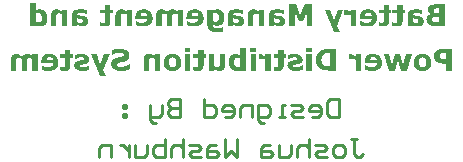
<source format=gbr>
G04*
G04 #@! TF.GenerationSoftware,Altium Limited,Altium Designer,25.2.1 (25)*
G04*
G04 Layer_Color=32896*
%FSLAX25Y25*%
%MOIN*%
G70*
G04*
G04 #@! TF.SameCoordinates,CDFB58AD-87DA-4B59-9970-4E5CFD4F10CE*
G04*
G04*
G04 #@! TF.FilePolarity,Positive*
G04*
G01*
G75*
%ADD14C,0.01000*%
G36*
X586354Y353610D02*
X586532Y353588D01*
X586699Y353566D01*
X586832Y353533D01*
X586954Y353488D01*
X587054Y353466D01*
X587110Y353444D01*
X587132Y353433D01*
X587299Y353355D01*
X587454Y353266D01*
X587587Y353177D01*
X587699Y353099D01*
X587799Y353022D01*
X587865Y352955D01*
X587910Y352910D01*
X587921Y352899D01*
X588043Y352766D01*
X588154Y352622D01*
X588243Y352477D01*
X588321Y352344D01*
X588376Y352233D01*
X588421Y352133D01*
X588443Y352077D01*
X588454Y352066D01*
Y352055D01*
X588510Y351866D01*
X588554Y351666D01*
X588587Y351466D01*
X588610Y351288D01*
X588621Y351133D01*
X588632Y350999D01*
Y350955D01*
Y350922D01*
Y350900D01*
Y350888D01*
X588621Y350633D01*
X588610Y350400D01*
X588576Y350177D01*
X588532Y349977D01*
X588487Y349788D01*
X588443Y349611D01*
X588387Y349455D01*
X588321Y349322D01*
X588265Y349200D01*
X588210Y349089D01*
X588165Y349000D01*
X588121Y348933D01*
X588076Y348878D01*
X588043Y348833D01*
X588032Y348811D01*
X588021Y348800D01*
X587898Y348677D01*
X587765Y348577D01*
X587632Y348489D01*
X587487Y348411D01*
X587343Y348344D01*
X587187Y348289D01*
X586910Y348211D01*
X586776Y348178D01*
X586654Y348155D01*
X586543Y348144D01*
X586454Y348133D01*
X586376Y348122D01*
X586265D01*
X586088Y348133D01*
X585932Y348144D01*
X585788Y348166D01*
X585654Y348200D01*
X585554Y348222D01*
X585476Y348244D01*
X585432Y348255D01*
X585410Y348266D01*
X585265Y348322D01*
X585143Y348389D01*
X585021Y348455D01*
X584921Y348522D01*
X584832Y348589D01*
X584765Y348633D01*
X584721Y348666D01*
X584710Y348677D01*
Y348566D01*
Y348444D01*
X584721Y348333D01*
X584732Y348244D01*
X584743Y348155D01*
X584765Y348089D01*
X584777Y348044D01*
X584788Y348011D01*
Y348000D01*
X584843Y347833D01*
X584888Y347766D01*
X584921Y347711D01*
X584954Y347667D01*
X584977Y347633D01*
X584988Y347611D01*
X584999Y347600D01*
X585066Y347544D01*
X585143Y347500D01*
X585299Y347422D01*
X585365Y347389D01*
X585421Y347378D01*
X585454Y347355D01*
X585465D01*
X585588Y347322D01*
X585710Y347300D01*
X585843Y347278D01*
X585965Y347267D01*
X586076D01*
X586165Y347255D01*
X586243D01*
X586532Y347278D01*
X586665Y347289D01*
X586799Y347311D01*
X586910Y347333D01*
X586999Y347344D01*
X587054Y347366D01*
X587076D01*
X587243Y347400D01*
X587387Y347444D01*
X587521Y347478D01*
X587632Y347511D01*
X587721Y347544D01*
X587787Y347567D01*
X587832Y347589D01*
X588054D01*
Y346233D01*
X587898Y346200D01*
X587732Y346167D01*
X587576Y346144D01*
X587432Y346122D01*
X587299Y346100D01*
X587199Y346089D01*
X587132Y346078D01*
X587110D01*
X586910Y346056D01*
X586710Y346033D01*
X586521Y346022D01*
X586354Y346011D01*
X586210Y346000D01*
X585999D01*
X585743Y346011D01*
X585510Y346022D01*
X585299Y346044D01*
X585110Y346067D01*
X584954Y346089D01*
X584843Y346111D01*
X584799Y346122D01*
X584765Y346133D01*
X584743D01*
X584543Y346189D01*
X584366Y346255D01*
X584199Y346333D01*
X584066Y346400D01*
X583954Y346467D01*
X583866Y346522D01*
X583821Y346555D01*
X583799Y346567D01*
X583666Y346689D01*
X583543Y346822D01*
X583432Y346955D01*
X583343Y347089D01*
X583277Y347211D01*
X583232Y347300D01*
X583199Y347366D01*
X583188Y347378D01*
Y347389D01*
X583110Y347589D01*
X583055Y347800D01*
X583021Y348011D01*
X582988Y348211D01*
X582977Y348389D01*
Y348466D01*
X582966Y348533D01*
Y348577D01*
Y348622D01*
Y348644D01*
Y348655D01*
Y353455D01*
X584665D01*
X584721Y353222D01*
X584954Y353344D01*
X585066Y353399D01*
X585165Y353433D01*
X585254Y353466D01*
X585321Y353488D01*
X585365Y353510D01*
X585388D01*
X585665Y353577D01*
X585788Y353599D01*
X585910Y353610D01*
X586021Y353622D01*
X586176D01*
X586354Y353610D01*
D02*
G37*
G36*
X571456D02*
X571622Y353588D01*
X571778Y353555D01*
X571911Y353521D01*
X572022Y353488D01*
X572100Y353455D01*
X572156Y353433D01*
X572178Y353421D01*
X572333Y353344D01*
X572489Y353255D01*
X572633Y353155D01*
X572756Y353066D01*
X572867Y352988D01*
X572956Y352922D01*
X573011Y352877D01*
X573033Y352866D01*
Y353455D01*
X574778D01*
Y348044D01*
X573033D01*
Y351888D01*
X572889Y351977D01*
X572756Y352044D01*
X572700Y352077D01*
X572656Y352088D01*
X572622Y352111D01*
X572611D01*
X572433Y352177D01*
X572344Y352199D01*
X572267Y352210D01*
X572200Y352222D01*
X572000D01*
X571900Y352210D01*
X571811Y352199D01*
X571745Y352177D01*
X571689Y352166D01*
X571656Y352144D01*
X571633Y352133D01*
X571622D01*
X571500Y352055D01*
X571422Y351977D01*
X571367Y351910D01*
X571356Y351888D01*
Y351877D01*
X571300Y351733D01*
X571267Y351588D01*
X571256Y351533D01*
X571245Y351477D01*
Y351444D01*
Y351433D01*
X571234Y351322D01*
Y351211D01*
X571222Y351099D01*
Y350988D01*
Y350900D01*
Y350822D01*
Y350777D01*
Y350755D01*
Y348044D01*
X569478D01*
Y351888D01*
X569278Y351999D01*
X569189Y352044D01*
X569123Y352088D01*
X569056Y352111D01*
X569011Y352133D01*
X568989Y352144D01*
X568978D01*
X568823Y352188D01*
X568689Y352210D01*
X568634Y352222D01*
X568445D01*
X568345Y352210D01*
X568256Y352199D01*
X568189Y352177D01*
X568134Y352166D01*
X568089Y352144D01*
X568067Y352133D01*
X568056D01*
X567934Y352055D01*
X567856Y351977D01*
X567801Y351910D01*
X567789Y351888D01*
Y351877D01*
X567745Y351733D01*
X567712Y351588D01*
X567700Y351533D01*
X567689Y351477D01*
Y351444D01*
Y351433D01*
X567678Y351322D01*
Y351211D01*
X567667Y351099D01*
Y350988D01*
Y350900D01*
Y350822D01*
Y350777D01*
Y350755D01*
Y348044D01*
X565923D01*
Y351566D01*
Y351744D01*
X565945Y351922D01*
X565967Y352077D01*
X565990Y352222D01*
X566023Y352366D01*
X566067Y352488D01*
X566112Y352599D01*
X566145Y352699D01*
X566190Y352788D01*
X566234Y352866D01*
X566267Y352933D01*
X566312Y352988D01*
X566334Y353033D01*
X566356Y353066D01*
X566378Y353077D01*
Y353088D01*
X566467Y353177D01*
X566567Y353266D01*
X566778Y353399D01*
X567001Y353488D01*
X567212Y353555D01*
X567412Y353599D01*
X567489Y353610D01*
X567567D01*
X567623Y353622D01*
X567712D01*
X567889Y353610D01*
X568067Y353577D01*
X568223Y353544D01*
X568378Y353499D01*
X568501Y353444D01*
X568589Y353410D01*
X568656Y353377D01*
X568667Y353366D01*
X568678D01*
X568867Y353266D01*
X569045Y353155D01*
X569211Y353033D01*
X569367Y352922D01*
X569500Y352833D01*
X569600Y352744D01*
X569667Y352699D01*
X569678Y352677D01*
X569689D01*
X569778Y352844D01*
X569889Y352977D01*
X570000Y353099D01*
X570100Y353199D01*
X570189Y353277D01*
X570267Y353333D01*
X570311Y353366D01*
X570334Y353377D01*
X570489Y353455D01*
X570656Y353521D01*
X570811Y353566D01*
X570956Y353588D01*
X571089Y353610D01*
X571189Y353622D01*
X571278D01*
X571456Y353610D01*
D02*
G37*
G36*
X652959D02*
X653170Y353588D01*
X653359Y353577D01*
X653514Y353555D01*
X653636Y353533D01*
X653681D01*
X653714Y353521D01*
X653748D01*
X653959Y353488D01*
X654147Y353455D01*
X654292Y353421D01*
X654414Y353399D01*
X654503Y353377D01*
X654570Y353355D01*
X654614Y353344D01*
X654625D01*
Y352044D01*
X654470D01*
X654381Y352077D01*
X654270Y352111D01*
X654047Y352188D01*
X653947Y352222D01*
X653859Y352255D01*
X653803Y352266D01*
X653781Y352277D01*
X653603Y352333D01*
X653425Y352366D01*
X653270Y352399D01*
X653136Y352411D01*
X653025Y352422D01*
X652936Y352433D01*
X652859D01*
X652603Y352422D01*
X652392Y352411D01*
X652203Y352377D01*
X652059Y352344D01*
X651936Y352310D01*
X651859Y352288D01*
X651803Y352266D01*
X651792Y352255D01*
X651670Y352177D01*
X651581Y352088D01*
X651514Y351988D01*
X651470Y351877D01*
X651448Y351788D01*
X651426Y351711D01*
Y351655D01*
Y351633D01*
Y351611D01*
X651703Y351588D01*
X651981Y351566D01*
X652225Y351544D01*
X652448Y351522D01*
X652636Y351499D01*
X652714Y351488D01*
X652781D01*
X652837Y351477D01*
X652870Y351466D01*
X652903D01*
X653159Y351433D01*
X653392Y351377D01*
X653592Y351333D01*
X653759Y351277D01*
X653903Y351233D01*
X654003Y351188D01*
X654070Y351166D01*
X654081Y351155D01*
X654092D01*
X654270Y351066D01*
X654414Y350977D01*
X654547Y350877D01*
X654647Y350777D01*
X654736Y350699D01*
X654803Y350633D01*
X654836Y350588D01*
X654847Y350566D01*
X654936Y350422D01*
X654992Y350255D01*
X655036Y350100D01*
X655070Y349944D01*
X655092Y349811D01*
X655103Y349700D01*
Y349655D01*
Y349622D01*
Y349611D01*
Y349600D01*
X655092Y349466D01*
X655081Y349333D01*
X655025Y349100D01*
X654936Y348889D01*
X654847Y348711D01*
X654759Y348566D01*
X654670Y348466D01*
X654614Y348400D01*
X654592Y348389D01*
Y348377D01*
X654492Y348289D01*
X654381Y348222D01*
X654170Y348100D01*
X653959Y348022D01*
X653748Y347955D01*
X653570Y347922D01*
X653492Y347911D01*
X653425D01*
X653381Y347900D01*
X653303D01*
X653070Y347911D01*
X652970Y347922D01*
X652881Y347933D01*
X652803D01*
X652748Y347944D01*
X652714Y347955D01*
X652703D01*
X652503Y348000D01*
X652414Y348033D01*
X652337Y348055D01*
X652270Y348089D01*
X652214Y348100D01*
X652181Y348122D01*
X652170D01*
X652025Y348200D01*
X651903Y348278D01*
X651859Y348300D01*
X651814Y348333D01*
X651792Y348344D01*
X651781Y348355D01*
X651637Y348466D01*
X651525Y348544D01*
X651481Y348566D01*
X651448Y348589D01*
X651437Y348611D01*
X651426D01*
Y348044D01*
X649703D01*
Y351733D01*
X649715Y351910D01*
X649737Y352077D01*
X649770Y352222D01*
X649803Y352366D01*
X649859Y352488D01*
X649915Y352610D01*
X649970Y352710D01*
X650037Y352810D01*
X650103Y352888D01*
X650159Y352955D01*
X650214Y353022D01*
X650270Y353066D01*
X650303Y353110D01*
X650337Y353133D01*
X650359Y353155D01*
X650370D01*
X650503Y353233D01*
X650648Y353310D01*
X650814Y353377D01*
X650981Y353421D01*
X651337Y353510D01*
X651681Y353566D01*
X651848Y353588D01*
X652003Y353599D01*
X652137Y353610D01*
X652259D01*
X652359Y353622D01*
X652737D01*
X652959Y353610D01*
D02*
G37*
G36*
X606719D02*
X606930Y353588D01*
X607119Y353577D01*
X607274Y353555D01*
X607397Y353533D01*
X607441D01*
X607474Y353521D01*
X607508D01*
X607719Y353488D01*
X607908Y353455D01*
X608052Y353421D01*
X608174Y353399D01*
X608263Y353377D01*
X608330Y353355D01*
X608374Y353344D01*
X608385D01*
Y352044D01*
X608230D01*
X608141Y352077D01*
X608030Y352111D01*
X607808Y352188D01*
X607708Y352222D01*
X607619Y352255D01*
X607563Y352266D01*
X607541Y352277D01*
X607363Y352333D01*
X607186Y352366D01*
X607030Y352399D01*
X606897Y352411D01*
X606785Y352422D01*
X606697Y352433D01*
X606619D01*
X606363Y352422D01*
X606152Y352411D01*
X605963Y352377D01*
X605819Y352344D01*
X605697Y352310D01*
X605619Y352288D01*
X605563Y352266D01*
X605552Y352255D01*
X605430Y352177D01*
X605341Y352088D01*
X605274Y351988D01*
X605230Y351877D01*
X605208Y351788D01*
X605186Y351711D01*
Y351655D01*
Y351633D01*
Y351611D01*
X605463Y351588D01*
X605741Y351566D01*
X605986Y351544D01*
X606208Y351522D01*
X606397Y351499D01*
X606474Y351488D01*
X606541D01*
X606597Y351477D01*
X606630Y351466D01*
X606663D01*
X606919Y351433D01*
X607152Y351377D01*
X607352Y351333D01*
X607519Y351277D01*
X607663Y351233D01*
X607763Y351188D01*
X607830Y351166D01*
X607841Y351155D01*
X607852D01*
X608030Y351066D01*
X608174Y350977D01*
X608308Y350877D01*
X608408Y350777D01*
X608497Y350699D01*
X608563Y350633D01*
X608596Y350588D01*
X608607Y350566D01*
X608696Y350422D01*
X608752Y350255D01*
X608796Y350100D01*
X608830Y349944D01*
X608852Y349811D01*
X608863Y349700D01*
Y349655D01*
Y349622D01*
Y349611D01*
Y349600D01*
X608852Y349466D01*
X608841Y349333D01*
X608785Y349100D01*
X608696Y348889D01*
X608607Y348711D01*
X608519Y348566D01*
X608430Y348466D01*
X608374Y348400D01*
X608352Y348389D01*
Y348377D01*
X608252Y348289D01*
X608141Y348222D01*
X607930Y348100D01*
X607719Y348022D01*
X607508Y347955D01*
X607330Y347922D01*
X607252Y347911D01*
X607186D01*
X607141Y347900D01*
X607063D01*
X606830Y347911D01*
X606730Y347922D01*
X606641Y347933D01*
X606563D01*
X606508Y347944D01*
X606474Y347955D01*
X606463D01*
X606263Y348000D01*
X606175Y348033D01*
X606097Y348055D01*
X606030Y348089D01*
X605974Y348100D01*
X605941Y348122D01*
X605930D01*
X605786Y348200D01*
X605663Y348278D01*
X605619Y348300D01*
X605575Y348333D01*
X605552Y348344D01*
X605541Y348355D01*
X605397Y348466D01*
X605286Y348544D01*
X605241Y348566D01*
X605208Y348589D01*
X605197Y348611D01*
X605186D01*
Y348044D01*
X603464D01*
Y351733D01*
X603475Y351910D01*
X603497Y352077D01*
X603530Y352222D01*
X603564Y352366D01*
X603619Y352488D01*
X603675Y352610D01*
X603730Y352710D01*
X603797Y352810D01*
X603864Y352888D01*
X603919Y352955D01*
X603975Y353022D01*
X604030Y353066D01*
X604064Y353110D01*
X604097Y353133D01*
X604119Y353155D01*
X604130D01*
X604263Y353233D01*
X604408Y353310D01*
X604575Y353377D01*
X604741Y353421D01*
X605097Y353510D01*
X605441Y353566D01*
X605608Y353588D01*
X605763Y353599D01*
X605897Y353610D01*
X606019D01*
X606119Y353622D01*
X606497D01*
X606719Y353610D01*
D02*
G37*
G36*
X593087D02*
X593298Y353588D01*
X593487Y353577D01*
X593642Y353555D01*
X593765Y353533D01*
X593809D01*
X593842Y353521D01*
X593876D01*
X594087Y353488D01*
X594276Y353455D01*
X594420Y353421D01*
X594542Y353399D01*
X594631Y353377D01*
X594698Y353355D01*
X594742Y353344D01*
X594753D01*
Y352044D01*
X594598D01*
X594509Y352077D01*
X594398Y352111D01*
X594176Y352188D01*
X594076Y352222D01*
X593987Y352255D01*
X593931Y352266D01*
X593909Y352277D01*
X593731Y352333D01*
X593553Y352366D01*
X593398Y352399D01*
X593265Y352411D01*
X593153Y352422D01*
X593065Y352433D01*
X592987D01*
X592731Y352422D01*
X592520Y352411D01*
X592331Y352377D01*
X592187Y352344D01*
X592065Y352310D01*
X591987Y352288D01*
X591931Y352266D01*
X591920Y352255D01*
X591798Y352177D01*
X591709Y352088D01*
X591643Y351988D01*
X591598Y351877D01*
X591576Y351788D01*
X591554Y351711D01*
Y351655D01*
Y351633D01*
Y351611D01*
X591831Y351588D01*
X592109Y351566D01*
X592354Y351544D01*
X592576Y351522D01*
X592765Y351499D01*
X592842Y351488D01*
X592909D01*
X592965Y351477D01*
X592998Y351466D01*
X593031D01*
X593287Y351433D01*
X593520Y351377D01*
X593720Y351333D01*
X593887Y351277D01*
X594031Y351233D01*
X594131Y351188D01*
X594198Y351166D01*
X594209Y351155D01*
X594220D01*
X594398Y351066D01*
X594542Y350977D01*
X594676Y350877D01*
X594776Y350777D01*
X594865Y350699D01*
X594931Y350633D01*
X594965Y350588D01*
X594976Y350566D01*
X595064Y350422D01*
X595120Y350255D01*
X595164Y350100D01*
X595198Y349944D01*
X595220Y349811D01*
X595231Y349700D01*
Y349655D01*
Y349622D01*
Y349611D01*
Y349600D01*
X595220Y349466D01*
X595209Y349333D01*
X595153Y349100D01*
X595064Y348889D01*
X594976Y348711D01*
X594887Y348566D01*
X594798Y348466D01*
X594742Y348400D01*
X594720Y348389D01*
Y348377D01*
X594620Y348289D01*
X594509Y348222D01*
X594298Y348100D01*
X594087Y348022D01*
X593876Y347955D01*
X593698Y347922D01*
X593620Y347911D01*
X593553D01*
X593509Y347900D01*
X593431D01*
X593198Y347911D01*
X593098Y347922D01*
X593009Y347933D01*
X592931D01*
X592876Y347944D01*
X592842Y347955D01*
X592831D01*
X592631Y348000D01*
X592543Y348033D01*
X592465Y348055D01*
X592398Y348089D01*
X592343Y348100D01*
X592309Y348122D01*
X592298D01*
X592154Y348200D01*
X592031Y348278D01*
X591987Y348300D01*
X591943Y348333D01*
X591920Y348344D01*
X591909Y348355D01*
X591765Y348466D01*
X591654Y348544D01*
X591609Y348566D01*
X591576Y348589D01*
X591565Y348611D01*
X591554D01*
Y348044D01*
X589832D01*
Y351733D01*
X589843Y351910D01*
X589865Y352077D01*
X589898Y352222D01*
X589932Y352366D01*
X589987Y352488D01*
X590043Y352610D01*
X590098Y352710D01*
X590165Y352810D01*
X590232Y352888D01*
X590287Y352955D01*
X590343Y353022D01*
X590398Y353066D01*
X590432Y353110D01*
X590465Y353133D01*
X590487Y353155D01*
X590498D01*
X590632Y353233D01*
X590776Y353310D01*
X590943Y353377D01*
X591109Y353421D01*
X591465Y353510D01*
X591809Y353566D01*
X591976Y353588D01*
X592131Y353599D01*
X592265Y353610D01*
X592387D01*
X592487Y353622D01*
X592865D01*
X593087Y353610D01*
D02*
G37*
G36*
X541103D02*
X541314Y353588D01*
X541503Y353577D01*
X541659Y353555D01*
X541781Y353533D01*
X541825D01*
X541859Y353521D01*
X541892D01*
X542103Y353488D01*
X542292Y353455D01*
X542436Y353421D01*
X542559Y353399D01*
X542648Y353377D01*
X542714Y353355D01*
X542759Y353344D01*
X542770D01*
Y352044D01*
X542614D01*
X542525Y352077D01*
X542414Y352111D01*
X542192Y352188D01*
X542092Y352222D01*
X542003Y352255D01*
X541948Y352266D01*
X541925Y352277D01*
X541748Y352333D01*
X541570Y352366D01*
X541414Y352399D01*
X541281Y352411D01*
X541170Y352422D01*
X541081Y352433D01*
X541003D01*
X540748Y352422D01*
X540537Y352411D01*
X540348Y352377D01*
X540203Y352344D01*
X540081Y352310D01*
X540003Y352288D01*
X539948Y352266D01*
X539937Y352255D01*
X539814Y352177D01*
X539726Y352088D01*
X539659Y351988D01*
X539614Y351877D01*
X539592Y351788D01*
X539570Y351711D01*
Y351655D01*
Y351633D01*
Y351611D01*
X539848Y351588D01*
X540126Y351566D01*
X540370Y351544D01*
X540592Y351522D01*
X540781Y351499D01*
X540859Y351488D01*
X540925D01*
X540981Y351477D01*
X541014Y351466D01*
X541048D01*
X541303Y351433D01*
X541537Y351377D01*
X541737Y351333D01*
X541903Y351277D01*
X542048Y351233D01*
X542147Y351188D01*
X542214Y351166D01*
X542225Y351155D01*
X542236D01*
X542414Y351066D01*
X542559Y350977D01*
X542692Y350877D01*
X542792Y350777D01*
X542881Y350699D01*
X542947Y350633D01*
X542981Y350588D01*
X542992Y350566D01*
X543081Y350422D01*
X543136Y350255D01*
X543181Y350100D01*
X543214Y349944D01*
X543236Y349811D01*
X543247Y349700D01*
Y349655D01*
Y349622D01*
Y349611D01*
Y349600D01*
X543236Y349466D01*
X543225Y349333D01*
X543170Y349100D01*
X543081Y348889D01*
X542992Y348711D01*
X542903Y348566D01*
X542814Y348466D01*
X542759Y348400D01*
X542736Y348389D01*
Y348377D01*
X542636Y348289D01*
X542525Y348222D01*
X542314Y348100D01*
X542103Y348022D01*
X541892Y347955D01*
X541714Y347922D01*
X541637Y347911D01*
X541570D01*
X541525Y347900D01*
X541448D01*
X541214Y347911D01*
X541114Y347922D01*
X541025Y347933D01*
X540948D01*
X540892Y347944D01*
X540859Y347955D01*
X540848D01*
X540648Y348000D01*
X540559Y348033D01*
X540481Y348055D01*
X540414Y348089D01*
X540359Y348100D01*
X540325Y348122D01*
X540314D01*
X540170Y348200D01*
X540048Y348278D01*
X540003Y348300D01*
X539959Y348333D01*
X539937Y348344D01*
X539925Y348355D01*
X539781Y348466D01*
X539670Y348544D01*
X539626Y348566D01*
X539592Y348589D01*
X539581Y348611D01*
X539570D01*
Y348044D01*
X537848D01*
Y351733D01*
X537859Y351910D01*
X537881Y352077D01*
X537915Y352222D01*
X537948Y352366D01*
X538003Y352488D01*
X538059Y352610D01*
X538115Y352710D01*
X538181Y352810D01*
X538248Y352888D01*
X538304Y352955D01*
X538359Y353022D01*
X538415Y353066D01*
X538448Y353110D01*
X538481Y353133D01*
X538503Y353155D01*
X538515D01*
X538648Y353233D01*
X538792Y353310D01*
X538959Y353377D01*
X539126Y353421D01*
X539481Y353510D01*
X539825Y353566D01*
X539992Y353588D01*
X540148Y353599D01*
X540281Y353610D01*
X540403D01*
X540503Y353622D01*
X540881D01*
X541103Y353610D01*
D02*
G37*
G36*
X617740Y348044D02*
X615996D01*
Y352844D01*
X614674Y349733D01*
X613385D01*
X612052Y352844D01*
Y348044D01*
X610196D01*
Y355221D01*
X612363D01*
X613974Y351622D01*
X615596Y355221D01*
X617740D01*
Y348044D01*
D02*
G37*
G36*
X626217Y348089D02*
X627083Y346056D01*
X625195D01*
X622173Y353455D01*
X623973D01*
X625206Y349966D01*
X626495Y353455D01*
X628317D01*
X626217Y348089D01*
D02*
G37*
G36*
X648004Y353455D02*
X648715D01*
Y352277D01*
X648004D01*
Y349744D01*
X647993Y349566D01*
X647981Y349400D01*
X647959Y349244D01*
X647926Y349100D01*
X647893Y348977D01*
X647848Y348855D01*
X647804Y348755D01*
X647759Y348666D01*
X647715Y348589D01*
X647670Y348511D01*
X647626Y348455D01*
X647592Y348411D01*
X647537Y348355D01*
X647515Y348333D01*
X647415Y348266D01*
X647315Y348200D01*
X647070Y348100D01*
X646826Y348033D01*
X646582Y347989D01*
X646359Y347955D01*
X646259Y347944D01*
X646182D01*
X646115Y347933D01*
X645848D01*
X645704Y347944D01*
X645571D01*
X645459Y347955D01*
X645370Y347967D01*
X645304D01*
X645259Y347978D01*
X645248D01*
X645026Y348011D01*
X644926Y348033D01*
X644826Y348044D01*
X644760Y348055D01*
X644693Y348066D01*
X644660Y348078D01*
X644648D01*
Y349277D01*
X644793D01*
X644826Y349255D01*
X644882Y349233D01*
X644982Y349200D01*
X645026Y349189D01*
X645071Y349178D01*
X645093Y349166D01*
X645104D01*
X645248Y349133D01*
X645359Y349122D01*
X645393Y349111D01*
X645571D01*
X645671Y349122D01*
X645748Y349144D01*
X645826Y349155D01*
X645882Y349178D01*
X645915Y349189D01*
X645937Y349200D01*
X645948D01*
X646059Y349289D01*
X646126Y349377D01*
X646171Y349444D01*
X646182Y349466D01*
Y349477D01*
X646226Y349611D01*
X646248Y349733D01*
X646259Y349777D01*
Y349822D01*
Y349844D01*
Y349855D01*
Y350022D01*
Y350188D01*
Y350255D01*
Y350311D01*
Y350344D01*
Y350355D01*
Y352277D01*
X644648D01*
Y353455D01*
X646259D01*
Y354999D01*
X648004D01*
Y353455D01*
D02*
G37*
G36*
X643504D02*
X644215D01*
Y352277D01*
X643504D01*
Y349744D01*
X643493Y349566D01*
X643482Y349400D01*
X643460Y349244D01*
X643426Y349100D01*
X643393Y348977D01*
X643349Y348855D01*
X643304Y348755D01*
X643260Y348666D01*
X643215Y348589D01*
X643171Y348511D01*
X643126Y348455D01*
X643093Y348411D01*
X643037Y348355D01*
X643015Y348333D01*
X642915Y348266D01*
X642815Y348200D01*
X642571Y348100D01*
X642326Y348033D01*
X642082Y347989D01*
X641860Y347955D01*
X641760Y347944D01*
X641682D01*
X641615Y347933D01*
X641349D01*
X641204Y347944D01*
X641071D01*
X640960Y347955D01*
X640871Y347967D01*
X640804D01*
X640760Y347978D01*
X640749D01*
X640527Y348011D01*
X640427Y348033D01*
X640327Y348044D01*
X640260Y348055D01*
X640193Y348066D01*
X640160Y348078D01*
X640149D01*
Y349277D01*
X640293D01*
X640327Y349255D01*
X640382Y349233D01*
X640482Y349200D01*
X640527Y349189D01*
X640571Y349178D01*
X640593Y349166D01*
X640604D01*
X640749Y349133D01*
X640860Y349122D01*
X640893Y349111D01*
X641071D01*
X641171Y349122D01*
X641249Y349144D01*
X641327Y349155D01*
X641382Y349178D01*
X641415Y349189D01*
X641438Y349200D01*
X641449D01*
X641560Y349289D01*
X641627Y349377D01*
X641671Y349444D01*
X641682Y349466D01*
Y349477D01*
X641726Y349611D01*
X641749Y349733D01*
X641760Y349777D01*
Y349822D01*
Y349844D01*
Y349855D01*
Y350022D01*
Y350188D01*
Y350255D01*
Y350311D01*
Y350344D01*
Y350355D01*
Y352277D01*
X640149D01*
Y353455D01*
X641760D01*
Y354999D01*
X643504D01*
Y353455D01*
D02*
G37*
G36*
X636694Y353610D02*
X636938Y353588D01*
X637171Y353544D01*
X637382Y353499D01*
X637582Y353444D01*
X637771Y353377D01*
X637938Y353299D01*
X638094Y353233D01*
X638227Y353155D01*
X638349Y353077D01*
X638449Y353010D01*
X638527Y352955D01*
X638593Y352910D01*
X638649Y352866D01*
X638671Y352844D01*
X638682Y352833D01*
X638827Y352677D01*
X638949Y352522D01*
X639060Y352344D01*
X639160Y352177D01*
X639238Y351999D01*
X639304Y351822D01*
X639360Y351644D01*
X639404Y351477D01*
X639438Y351322D01*
X639460Y351177D01*
X639482Y351044D01*
X639493Y350933D01*
Y350844D01*
X639504Y350766D01*
Y350722D01*
Y350711D01*
X639493Y350466D01*
X639471Y350233D01*
X639427Y350011D01*
X639371Y349811D01*
X639304Y349622D01*
X639227Y349455D01*
X639149Y349300D01*
X639071Y349155D01*
X638993Y349033D01*
X638916Y348922D01*
X638838Y348833D01*
X638771Y348755D01*
X638716Y348700D01*
X638671Y348655D01*
X638649Y348633D01*
X638638Y348622D01*
X638471Y348500D01*
X638282Y348389D01*
X638082Y348289D01*
X637882Y348200D01*
X637671Y348133D01*
X637460Y348078D01*
X637060Y347989D01*
X636871Y347955D01*
X636705Y347933D01*
X636538Y347922D01*
X636405Y347911D01*
X636294Y347900D01*
X635905D01*
X635694Y347922D01*
X635494Y347933D01*
X635327Y347955D01*
X635183Y347978D01*
X635072Y347989D01*
X635005Y348011D01*
X634983D01*
X634783Y348055D01*
X634594Y348111D01*
X634405Y348155D01*
X634227Y348211D01*
X634083Y348266D01*
X633972Y348311D01*
X633927Y348322D01*
X633894Y348333D01*
X633883Y348344D01*
X633872D01*
Y349744D01*
X634072D01*
X634194Y349655D01*
X634327Y349577D01*
X634460Y349500D01*
X634594Y349444D01*
X634716Y349389D01*
X634805Y349344D01*
X634872Y349322D01*
X634883Y349311D01*
X634894D01*
X635083Y349244D01*
X635272Y349200D01*
X635449Y349155D01*
X635616Y349133D01*
X635749Y349122D01*
X635860Y349111D01*
X635949D01*
X636260Y349122D01*
X636527Y349166D01*
X636749Y349222D01*
X636938Y349277D01*
X637082Y349344D01*
X637183Y349389D01*
X637249Y349433D01*
X637271Y349444D01*
X637416Y349577D01*
X637538Y349733D01*
X637616Y349900D01*
X637671Y350055D01*
X637716Y350200D01*
X637738Y350322D01*
Y350355D01*
X637749Y350389D01*
Y350411D01*
Y350422D01*
X633772D01*
Y351022D01*
X633783Y351255D01*
X633805Y351466D01*
X633838Y351666D01*
X633872Y351855D01*
X633927Y352022D01*
X633983Y352177D01*
X634038Y352322D01*
X634105Y352455D01*
X634172Y352566D01*
X634227Y352666D01*
X634283Y352755D01*
X634338Y352821D01*
X634372Y352877D01*
X634405Y352910D01*
X634427Y352933D01*
X634438Y352944D01*
X634572Y353066D01*
X634716Y353166D01*
X634872Y353255D01*
X635027Y353333D01*
X635194Y353399D01*
X635360Y353455D01*
X635683Y353533D01*
X635838Y353566D01*
X635971Y353588D01*
X636105Y353599D01*
X636205Y353610D01*
X636305Y353622D01*
X636427D01*
X636694Y353610D01*
D02*
G37*
G36*
X578910D02*
X579155Y353588D01*
X579388Y353544D01*
X579599Y353499D01*
X579799Y353444D01*
X579988Y353377D01*
X580155Y353299D01*
X580310Y353233D01*
X580444Y353155D01*
X580566Y353077D01*
X580666Y353010D01*
X580744Y352955D01*
X580810Y352910D01*
X580866Y352866D01*
X580888Y352844D01*
X580899Y352833D01*
X581044Y352677D01*
X581166Y352522D01*
X581277Y352344D01*
X581377Y352177D01*
X581455Y351999D01*
X581521Y351822D01*
X581577Y351644D01*
X581621Y351477D01*
X581655Y351322D01*
X581677Y351177D01*
X581699Y351044D01*
X581710Y350933D01*
Y350844D01*
X581721Y350766D01*
Y350722D01*
Y350711D01*
X581710Y350466D01*
X581688Y350233D01*
X581644Y350011D01*
X581588Y349811D01*
X581521Y349622D01*
X581444Y349455D01*
X581366Y349300D01*
X581288Y349155D01*
X581210Y349033D01*
X581133Y348922D01*
X581055Y348833D01*
X580988Y348755D01*
X580933Y348700D01*
X580888Y348655D01*
X580866Y348633D01*
X580855Y348622D01*
X580688Y348500D01*
X580499Y348389D01*
X580299Y348289D01*
X580099Y348200D01*
X579888Y348133D01*
X579677Y348078D01*
X579277Y347989D01*
X579088Y347955D01*
X578922Y347933D01*
X578755Y347922D01*
X578622Y347911D01*
X578511Y347900D01*
X578122D01*
X577911Y347922D01*
X577711Y347933D01*
X577544Y347955D01*
X577400Y347978D01*
X577288Y347989D01*
X577222Y348011D01*
X577200D01*
X577000Y348055D01*
X576811Y348111D01*
X576622Y348155D01*
X576444Y348211D01*
X576300Y348266D01*
X576189Y348311D01*
X576144Y348322D01*
X576111Y348333D01*
X576100Y348344D01*
X576089D01*
Y349744D01*
X576289D01*
X576411Y349655D01*
X576544Y349577D01*
X576677Y349500D01*
X576811Y349444D01*
X576933Y349389D01*
X577022Y349344D01*
X577088Y349322D01*
X577100Y349311D01*
X577111D01*
X577300Y349244D01*
X577488Y349200D01*
X577666Y349155D01*
X577833Y349133D01*
X577966Y349122D01*
X578077Y349111D01*
X578166D01*
X578477Y349122D01*
X578744Y349166D01*
X578966Y349222D01*
X579155Y349277D01*
X579299Y349344D01*
X579399Y349389D01*
X579466Y349433D01*
X579488Y349444D01*
X579633Y349577D01*
X579755Y349733D01*
X579833Y349900D01*
X579888Y350055D01*
X579933Y350200D01*
X579955Y350322D01*
Y350355D01*
X579966Y350389D01*
Y350411D01*
Y350422D01*
X575989D01*
Y351022D01*
X576000Y351255D01*
X576022Y351466D01*
X576055Y351666D01*
X576089Y351855D01*
X576144Y352022D01*
X576200Y352177D01*
X576255Y352322D01*
X576322Y352455D01*
X576389Y352566D01*
X576444Y352666D01*
X576500Y352755D01*
X576555Y352821D01*
X576588Y352877D01*
X576622Y352910D01*
X576644Y352933D01*
X576655Y352944D01*
X576789Y353066D01*
X576933Y353166D01*
X577088Y353255D01*
X577244Y353333D01*
X577411Y353399D01*
X577577Y353455D01*
X577900Y353533D01*
X578055Y353566D01*
X578188Y353588D01*
X578322Y353599D01*
X578422Y353610D01*
X578522Y353622D01*
X578644D01*
X578910Y353610D01*
D02*
G37*
G36*
X561901D02*
X562146Y353588D01*
X562379Y353544D01*
X562590Y353499D01*
X562790Y353444D01*
X562979Y353377D01*
X563145Y353299D01*
X563301Y353233D01*
X563434Y353155D01*
X563556Y353077D01*
X563657Y353010D01*
X563734Y352955D01*
X563801Y352910D01*
X563857Y352866D01*
X563879Y352844D01*
X563890Y352833D01*
X564034Y352677D01*
X564156Y352522D01*
X564267Y352344D01*
X564367Y352177D01*
X564445Y351999D01*
X564512Y351822D01*
X564568Y351644D01*
X564612Y351477D01*
X564645Y351322D01*
X564668Y351177D01*
X564690Y351044D01*
X564701Y350933D01*
Y350844D01*
X564712Y350766D01*
Y350722D01*
Y350711D01*
X564701Y350466D01*
X564679Y350233D01*
X564634Y350011D01*
X564579Y349811D01*
X564512Y349622D01*
X564434Y349455D01*
X564356Y349300D01*
X564279Y349155D01*
X564201Y349033D01*
X564123Y348922D01*
X564045Y348833D01*
X563979Y348755D01*
X563923Y348700D01*
X563879Y348655D01*
X563857Y348633D01*
X563845Y348622D01*
X563679Y348500D01*
X563490Y348389D01*
X563290Y348289D01*
X563090Y348200D01*
X562879Y348133D01*
X562668Y348078D01*
X562268Y347989D01*
X562079Y347955D01*
X561912Y347933D01*
X561746Y347922D01*
X561612Y347911D01*
X561501Y347900D01*
X561112D01*
X560901Y347922D01*
X560701Y347933D01*
X560535Y347955D01*
X560390Y347978D01*
X560279Y347989D01*
X560212Y348011D01*
X560190D01*
X559990Y348055D01*
X559801Y348111D01*
X559612Y348155D01*
X559435Y348211D01*
X559290Y348266D01*
X559179Y348311D01*
X559135Y348322D01*
X559101Y348333D01*
X559090Y348344D01*
X559079D01*
Y349744D01*
X559279D01*
X559401Y349655D01*
X559535Y349577D01*
X559668Y349500D01*
X559801Y349444D01*
X559924Y349389D01*
X560012Y349344D01*
X560079Y349322D01*
X560090Y349311D01*
X560101D01*
X560290Y349244D01*
X560479Y349200D01*
X560657Y349155D01*
X560823Y349133D01*
X560957Y349122D01*
X561068Y349111D01*
X561157D01*
X561468Y349122D01*
X561734Y349166D01*
X561957Y349222D01*
X562146Y349277D01*
X562290Y349344D01*
X562390Y349389D01*
X562457Y349433D01*
X562479Y349444D01*
X562623Y349577D01*
X562746Y349733D01*
X562823Y349900D01*
X562879Y350055D01*
X562923Y350200D01*
X562945Y350322D01*
Y350355D01*
X562957Y350389D01*
Y350411D01*
Y350422D01*
X558979D01*
Y351022D01*
X558990Y351255D01*
X559013Y351466D01*
X559046Y351666D01*
X559079Y351855D01*
X559135Y352022D01*
X559190Y352177D01*
X559246Y352322D01*
X559312Y352455D01*
X559379Y352566D01*
X559435Y352666D01*
X559490Y352755D01*
X559546Y352821D01*
X559579Y352877D01*
X559612Y352910D01*
X559635Y352933D01*
X559646Y352944D01*
X559779Y353066D01*
X559924Y353166D01*
X560079Y353255D01*
X560235Y353333D01*
X560401Y353399D01*
X560568Y353455D01*
X560890Y353533D01*
X561046Y353566D01*
X561179Y353588D01*
X561312Y353599D01*
X561412Y353610D01*
X561512Y353622D01*
X561634D01*
X561901Y353610D01*
D02*
G37*
G36*
X550625Y353455D02*
X551335D01*
Y352277D01*
X550625D01*
Y349744D01*
X550613Y349566D01*
X550602Y349400D01*
X550580Y349244D01*
X550547Y349100D01*
X550513Y348977D01*
X550469Y348855D01*
X550424Y348755D01*
X550380Y348666D01*
X550336Y348589D01*
X550291Y348511D01*
X550247Y348455D01*
X550213Y348411D01*
X550158Y348355D01*
X550136Y348333D01*
X550036Y348266D01*
X549936Y348200D01*
X549691Y348100D01*
X549447Y348033D01*
X549202Y347989D01*
X548980Y347955D01*
X548880Y347944D01*
X548802D01*
X548736Y347933D01*
X548469D01*
X548325Y347944D01*
X548191D01*
X548080Y347955D01*
X547991Y347967D01*
X547925D01*
X547880Y347978D01*
X547869D01*
X547647Y348011D01*
X547547Y348033D01*
X547447Y348044D01*
X547380Y348055D01*
X547314Y348066D01*
X547280Y348078D01*
X547269D01*
Y349277D01*
X547414D01*
X547447Y349255D01*
X547503Y349233D01*
X547603Y349200D01*
X547647Y349189D01*
X547691Y349178D01*
X547714Y349166D01*
X547725D01*
X547869Y349133D01*
X547980Y349122D01*
X548014Y349111D01*
X548191D01*
X548291Y349122D01*
X548369Y349144D01*
X548447Y349155D01*
X548502Y349178D01*
X548536Y349189D01*
X548558Y349200D01*
X548569D01*
X548680Y349289D01*
X548747Y349377D01*
X548791Y349444D01*
X548802Y349466D01*
Y349477D01*
X548847Y349611D01*
X548869Y349733D01*
X548880Y349777D01*
Y349822D01*
Y349844D01*
Y349855D01*
Y350022D01*
Y350188D01*
Y350255D01*
Y350311D01*
Y350344D01*
Y350355D01*
Y352277D01*
X547269D01*
Y353455D01*
X548880D01*
Y354999D01*
X550625D01*
Y353455D01*
D02*
G37*
G36*
X662136Y348044D02*
X659002D01*
X658725Y348055D01*
X658469Y348066D01*
X658258Y348089D01*
X658069Y348111D01*
X657914Y348133D01*
X657803Y348155D01*
X657769Y348166D01*
X657736Y348178D01*
X657714D01*
X657525Y348233D01*
X657347Y348300D01*
X657192Y348377D01*
X657058Y348455D01*
X656936Y348522D01*
X656858Y348566D01*
X656803Y348611D01*
X656780Y348622D01*
X656647Y348733D01*
X656536Y348844D01*
X656436Y348955D01*
X656358Y349066D01*
X656292Y349155D01*
X656236Y349233D01*
X656214Y349277D01*
X656203Y349300D01*
X656136Y349455D01*
X656081Y349622D01*
X656047Y349777D01*
X656014Y349922D01*
X656003Y350044D01*
X655992Y350144D01*
Y350211D01*
Y350222D01*
Y350233D01*
X656014Y350488D01*
X656058Y350722D01*
X656125Y350922D01*
X656203Y351077D01*
X656281Y351211D01*
X656347Y351311D01*
X656392Y351366D01*
X656414Y351388D01*
X656580Y351544D01*
X656758Y351666D01*
X656947Y351766D01*
X657125Y351844D01*
X657280Y351899D01*
X657414Y351944D01*
X657458Y351955D01*
X657492D01*
X657514Y351966D01*
X657525D01*
Y352010D01*
X657347Y352099D01*
X657192Y352199D01*
X657058Y352310D01*
X656947Y352411D01*
X656858Y352499D01*
X656803Y352566D01*
X656758Y352610D01*
X656747Y352633D01*
X656658Y352788D01*
X656592Y352944D01*
X656536Y353099D01*
X656503Y353244D01*
X656481Y353366D01*
X656469Y353455D01*
Y353521D01*
Y353544D01*
X656481Y353710D01*
X656503Y353866D01*
X656536Y353999D01*
X656569Y354110D01*
X656614Y354210D01*
X656647Y354288D01*
X656669Y354332D01*
X656680Y354344D01*
X656758Y354466D01*
X656858Y354577D01*
X656958Y354677D01*
X657058Y354755D01*
X657147Y354821D01*
X657214Y354866D01*
X657258Y354888D01*
X657280Y354899D01*
X657425Y354966D01*
X657569Y355021D01*
X657714Y355066D01*
X657825Y355099D01*
X657936Y355132D01*
X658014Y355143D01*
X658058Y355155D01*
X658080D01*
X658158Y355166D01*
X658247Y355177D01*
X658447Y355199D01*
X658658Y355210D01*
X658869D01*
X659058Y355221D01*
X662136D01*
Y348044D01*
D02*
G37*
G36*
X629172Y353466D02*
X629306Y353455D01*
X629439Y353421D01*
X629561Y353399D01*
X629661Y353366D01*
X629750Y353333D01*
X629794Y353322D01*
X629816Y353310D01*
X629983Y353233D01*
X630150Y353133D01*
X630316Y353033D01*
X630472Y352922D01*
X630605Y352821D01*
X630705Y352733D01*
X630750Y352699D01*
X630783Y352677D01*
X630794Y352666D01*
X630805Y352655D01*
Y353455D01*
X632550D01*
Y348044D01*
X630805D01*
Y351655D01*
X630572Y351733D01*
X630472Y351766D01*
X630383Y351788D01*
X630305Y351799D01*
X630250Y351811D01*
X630217Y351822D01*
X630205D01*
X629983Y351855D01*
X629872Y351866D01*
X629772D01*
X629683Y351877D01*
X629417D01*
X629283Y351866D01*
X629228D01*
X629183Y351855D01*
X629139D01*
X629050Y351844D01*
X628983Y351833D01*
X628917D01*
X628872Y351822D01*
X628828Y351811D01*
X628805D01*
X628783Y351799D01*
X628628D01*
Y353455D01*
X628694Y353466D01*
X628839D01*
X628917Y353477D01*
X629039D01*
X629172Y353466D01*
D02*
G37*
G36*
X598486Y353610D02*
X598664Y353588D01*
X598820Y353555D01*
X598964Y353521D01*
X599075Y353488D01*
X599164Y353455D01*
X599220Y353433D01*
X599242Y353421D01*
X599397Y353344D01*
X599553Y353255D01*
X599708Y353166D01*
X599842Y353077D01*
X599953Y352988D01*
X600042Y352922D01*
X600097Y352877D01*
X600119Y352866D01*
Y353455D01*
X601864D01*
Y348044D01*
X600119D01*
Y351888D01*
X599920Y351999D01*
X599831Y352044D01*
X599764Y352088D01*
X599697Y352111D01*
X599653Y352133D01*
X599620Y352144D01*
X599608D01*
X599431Y352188D01*
X599342Y352199D01*
X599275Y352210D01*
X599208Y352222D01*
X599009D01*
X598909Y352210D01*
X598820Y352199D01*
X598742Y352177D01*
X598686Y352166D01*
X598642Y352144D01*
X598620Y352133D01*
X598609D01*
X598486Y352055D01*
X598397Y351977D01*
X598342Y351910D01*
X598331Y351888D01*
Y351877D01*
X598309Y351811D01*
X598275Y351733D01*
X598242Y351577D01*
X598231Y351499D01*
Y351444D01*
X598220Y351399D01*
Y351388D01*
X598198Y351155D01*
X598186Y351044D01*
X598175Y350944D01*
Y350855D01*
Y350788D01*
Y350744D01*
Y350733D01*
Y348044D01*
X596431D01*
Y351566D01*
Y351755D01*
X596453Y351922D01*
X596475Y352088D01*
X596509Y352233D01*
X596542Y352377D01*
X596587Y352499D01*
X596631Y352610D01*
X596675Y352722D01*
X596731Y352810D01*
X596775Y352888D01*
X596820Y352955D01*
X596853Y352999D01*
X596886Y353044D01*
X596909Y353077D01*
X596920Y353088D01*
X596931Y353099D01*
X597031Y353188D01*
X597131Y353277D01*
X597353Y353399D01*
X597575Y353499D01*
X597797Y353555D01*
X597998Y353599D01*
X598075Y353610D01*
X598153D01*
X598209Y353622D01*
X598298D01*
X598486Y353610D01*
D02*
G37*
G36*
X554380D02*
X554557Y353588D01*
X554713Y353555D01*
X554857Y353521D01*
X554969Y353488D01*
X555057Y353455D01*
X555113Y353433D01*
X555135Y353421D01*
X555291Y353344D01*
X555446Y353255D01*
X555602Y353166D01*
X555735Y353077D01*
X555846Y352988D01*
X555935Y352922D01*
X555991Y352877D01*
X556013Y352866D01*
Y353455D01*
X557757D01*
Y348044D01*
X556013D01*
Y351888D01*
X555813Y351999D01*
X555724Y352044D01*
X555657Y352088D01*
X555591Y352111D01*
X555546Y352133D01*
X555513Y352144D01*
X555502D01*
X555324Y352188D01*
X555235Y352199D01*
X555168Y352210D01*
X555102Y352222D01*
X554902D01*
X554802Y352210D01*
X554713Y352199D01*
X554635Y352177D01*
X554580Y352166D01*
X554535Y352144D01*
X554513Y352133D01*
X554502D01*
X554380Y352055D01*
X554291Y351977D01*
X554235Y351910D01*
X554224Y351888D01*
Y351877D01*
X554202Y351811D01*
X554169Y351733D01*
X554135Y351577D01*
X554124Y351499D01*
Y351444D01*
X554113Y351399D01*
Y351388D01*
X554091Y351155D01*
X554080Y351044D01*
X554069Y350944D01*
Y350855D01*
Y350788D01*
Y350744D01*
Y350733D01*
Y348044D01*
X552324D01*
Y351566D01*
Y351755D01*
X552347Y351922D01*
X552369Y352088D01*
X552402Y352233D01*
X552435Y352377D01*
X552480Y352499D01*
X552524Y352610D01*
X552569Y352722D01*
X552624Y352810D01*
X552669Y352888D01*
X552713Y352955D01*
X552746Y352999D01*
X552780Y353044D01*
X552802Y353077D01*
X552813Y353088D01*
X552824Y353099D01*
X552924Y353188D01*
X553024Y353277D01*
X553246Y353399D01*
X553469Y353499D01*
X553691Y353555D01*
X553891Y353599D01*
X553969Y353610D01*
X554046D01*
X554102Y353622D01*
X554191D01*
X554380Y353610D01*
D02*
G37*
G36*
X532871D02*
X533048Y353588D01*
X533204Y353555D01*
X533348Y353521D01*
X533460Y353488D01*
X533548Y353455D01*
X533604Y353433D01*
X533626Y353421D01*
X533782Y353344D01*
X533937Y353255D01*
X534093Y353166D01*
X534226Y353077D01*
X534337Y352988D01*
X534426Y352922D01*
X534482Y352877D01*
X534504Y352866D01*
Y353455D01*
X536248D01*
Y348044D01*
X534504D01*
Y351888D01*
X534304Y351999D01*
X534215Y352044D01*
X534148Y352088D01*
X534082Y352111D01*
X534037Y352133D01*
X534004Y352144D01*
X533993D01*
X533815Y352188D01*
X533726Y352199D01*
X533660Y352210D01*
X533593Y352222D01*
X533393D01*
X533293Y352210D01*
X533204Y352199D01*
X533126Y352177D01*
X533071Y352166D01*
X533026Y352144D01*
X533004Y352133D01*
X532993D01*
X532871Y352055D01*
X532782Y351977D01*
X532726Y351910D01*
X532715Y351888D01*
Y351877D01*
X532693Y351811D01*
X532660Y351733D01*
X532626Y351577D01*
X532615Y351499D01*
Y351444D01*
X532604Y351399D01*
Y351388D01*
X532582Y351155D01*
X532571Y351044D01*
X532560Y350944D01*
Y350855D01*
Y350788D01*
Y350744D01*
Y350733D01*
Y348044D01*
X530815D01*
Y351566D01*
Y351755D01*
X530838Y351922D01*
X530860Y352088D01*
X530893Y352233D01*
X530926Y352377D01*
X530971Y352499D01*
X531015Y352610D01*
X531060Y352722D01*
X531115Y352810D01*
X531160Y352888D01*
X531204Y352955D01*
X531238Y352999D01*
X531271Y353044D01*
X531293Y353077D01*
X531304Y353088D01*
X531315Y353099D01*
X531415Y353188D01*
X531515Y353277D01*
X531738Y353399D01*
X531960Y353499D01*
X532182Y353555D01*
X532382Y353599D01*
X532460Y353610D01*
X532537D01*
X532593Y353622D01*
X532682D01*
X532871Y353610D01*
D02*
G37*
G36*
X525694Y353255D02*
X525938Y353366D01*
X526049Y353399D01*
X526138Y353444D01*
X526227Y353466D01*
X526282Y353488D01*
X526327Y353510D01*
X526338D01*
X526460Y353544D01*
X526593Y353577D01*
X526727Y353599D01*
X526849Y353610D01*
X526971Y353622D01*
X527138D01*
X527316Y353610D01*
X527482Y353588D01*
X527638Y353555D01*
X527782Y353521D01*
X527905Y353477D01*
X528005Y353444D01*
X528060Y353421D01*
X528071Y353410D01*
X528082D01*
X528249Y353333D01*
X528405Y353244D01*
X528538Y353144D01*
X528649Y353055D01*
X528749Y352977D01*
X528816Y352910D01*
X528860Y352866D01*
X528871Y352855D01*
X528993Y352710D01*
X529104Y352555D01*
X529193Y352399D01*
X529271Y352255D01*
X529338Y352122D01*
X529382Y352022D01*
X529404Y351955D01*
X529416Y351944D01*
Y351933D01*
X529482Y351733D01*
X529527Y351522D01*
X529571Y351311D01*
X529593Y351122D01*
X529604Y350955D01*
Y350888D01*
X529615Y350822D01*
Y350777D01*
Y350744D01*
Y350722D01*
Y350711D01*
X529604Y350477D01*
X529593Y350255D01*
X529560Y350044D01*
X529527Y349844D01*
X529482Y349666D01*
X529427Y349500D01*
X529371Y349344D01*
X529316Y349200D01*
X529271Y349078D01*
X529215Y348966D01*
X529160Y348878D01*
X529115Y348800D01*
X529082Y348733D01*
X529049Y348689D01*
X529038Y348666D01*
X529027Y348655D01*
X528916Y348522D01*
X528793Y348411D01*
X528660Y348311D01*
X528527Y348222D01*
X528393Y348144D01*
X528260Y348089D01*
X528016Y348000D01*
X527782Y347944D01*
X527682Y347922D01*
X527604Y347911D01*
X527538Y347900D01*
X527438D01*
X527249Y347911D01*
X527082Y347922D01*
X526927Y347955D01*
X526793Y347989D01*
X526682Y348011D01*
X526605Y348044D01*
X526560Y348055D01*
X526538Y348066D01*
X526394Y348133D01*
X526238Y348222D01*
X526105Y348311D01*
X525971Y348400D01*
X525860Y348478D01*
X525771Y348544D01*
X525716Y348589D01*
X525694Y348600D01*
Y348044D01*
X523949D01*
Y355543D01*
X525694D01*
Y353255D01*
D02*
G37*
G36*
X617779Y339380D02*
X615946D01*
Y340702D01*
X617779D01*
Y339380D01*
D02*
G37*
G36*
X599136D02*
X597303D01*
Y340702D01*
X599136D01*
Y339380D01*
D02*
G37*
G36*
X577316D02*
X575483D01*
Y340702D01*
X577316D01*
Y339380D01*
D02*
G37*
G36*
X595714Y333203D02*
X594048D01*
X593970Y333469D01*
X593748Y333347D01*
X593637Y333303D01*
X593537Y333258D01*
X593448Y333225D01*
X593381Y333214D01*
X593337Y333192D01*
X593326D01*
X593059Y333136D01*
X592926Y333114D01*
X592793Y333103D01*
X592693D01*
X592604Y333092D01*
X592526D01*
X592337Y333103D01*
X592148Y333125D01*
X591970Y333169D01*
X591804Y333214D01*
X591648Y333280D01*
X591504Y333347D01*
X591370Y333414D01*
X591248Y333492D01*
X591137Y333569D01*
X591037Y333636D01*
X590959Y333703D01*
X590881Y333769D01*
X590837Y333814D01*
X590793Y333858D01*
X590770Y333880D01*
X590759Y333892D01*
X590637Y334047D01*
X590526Y334214D01*
X590426Y334380D01*
X590348Y334558D01*
X590282Y334736D01*
X590226Y334914D01*
X590137Y335236D01*
X590104Y335391D01*
X590082Y335536D01*
X590070Y335658D01*
X590059Y335769D01*
X590048Y335858D01*
Y335925D01*
Y335969D01*
Y335980D01*
X590059Y336225D01*
X590070Y336447D01*
X590104Y336658D01*
X590137Y336858D01*
X590182Y337036D01*
X590226Y337202D01*
X590271Y337358D01*
X590326Y337502D01*
X590382Y337625D01*
X590426Y337736D01*
X590471Y337824D01*
X590515Y337902D01*
X590548Y337958D01*
X590582Y338002D01*
X590593Y338024D01*
X590604Y338035D01*
X590715Y338169D01*
X590826Y338280D01*
X590959Y338380D01*
X591081Y338469D01*
X591215Y338535D01*
X591348Y338602D01*
X591604Y338691D01*
X591837Y338736D01*
X591937Y338758D01*
X592026Y338769D01*
X592093Y338780D01*
X592193D01*
X592392Y338769D01*
X592570Y338747D01*
X592737Y338713D01*
X592881Y338680D01*
X592992Y338647D01*
X593081Y338613D01*
X593137Y338591D01*
X593159Y338580D01*
X593315Y338502D01*
X593459Y338413D01*
X593592Y338324D01*
X593715Y338247D01*
X593826Y338169D01*
X593903Y338113D01*
X593948Y338069D01*
X593970Y338058D01*
Y340702D01*
X595714D01*
Y333203D01*
D02*
G37*
G36*
X523033Y338769D02*
X523199Y338747D01*
X523355Y338713D01*
X523488Y338680D01*
X523599Y338647D01*
X523677Y338613D01*
X523733Y338591D01*
X523755Y338580D01*
X523911Y338502D01*
X524066Y338413D01*
X524210Y338313D01*
X524333Y338224D01*
X524444Y338147D01*
X524533Y338080D01*
X524588Y338035D01*
X524610Y338024D01*
Y338613D01*
X526355D01*
Y333203D01*
X524610D01*
Y337047D01*
X524466Y337136D01*
X524333Y337202D01*
X524277Y337236D01*
X524233Y337247D01*
X524199Y337269D01*
X524188D01*
X524011Y337336D01*
X523922Y337358D01*
X523844Y337369D01*
X523777Y337380D01*
X523577D01*
X523477Y337369D01*
X523388Y337358D01*
X523322Y337336D01*
X523266Y337325D01*
X523233Y337302D01*
X523210Y337291D01*
X523199D01*
X523077Y337213D01*
X522999Y337136D01*
X522944Y337069D01*
X522933Y337047D01*
Y337036D01*
X522877Y336891D01*
X522844Y336747D01*
X522833Y336691D01*
X522822Y336636D01*
Y336602D01*
Y336591D01*
X522811Y336480D01*
Y336369D01*
X522799Y336258D01*
Y336147D01*
Y336058D01*
Y335980D01*
Y335936D01*
Y335913D01*
Y333203D01*
X521055D01*
Y337047D01*
X520855Y337158D01*
X520766Y337202D01*
X520700Y337247D01*
X520633Y337269D01*
X520589Y337291D01*
X520566Y337302D01*
X520555D01*
X520400Y337347D01*
X520266Y337369D01*
X520211Y337380D01*
X520022D01*
X519922Y337369D01*
X519833Y337358D01*
X519766Y337336D01*
X519711Y337325D01*
X519666Y337302D01*
X519644Y337291D01*
X519633D01*
X519511Y337213D01*
X519433Y337136D01*
X519378Y337069D01*
X519367Y337047D01*
Y337036D01*
X519322Y336891D01*
X519289Y336747D01*
X519278Y336691D01*
X519267Y336636D01*
Y336602D01*
Y336591D01*
X519255Y336480D01*
Y336369D01*
X519244Y336258D01*
Y336147D01*
Y336058D01*
Y335980D01*
Y335936D01*
Y335913D01*
Y333203D01*
X517500D01*
Y336725D01*
Y336902D01*
X517522Y337080D01*
X517544Y337236D01*
X517567Y337380D01*
X517600Y337525D01*
X517644Y337647D01*
X517689Y337758D01*
X517722Y337858D01*
X517767Y337947D01*
X517811Y338024D01*
X517844Y338091D01*
X517889Y338147D01*
X517911Y338191D01*
X517933Y338224D01*
X517955Y338235D01*
Y338247D01*
X518044Y338335D01*
X518144Y338424D01*
X518356Y338558D01*
X518578Y338647D01*
X518789Y338713D01*
X518989Y338758D01*
X519066Y338769D01*
X519144D01*
X519200Y338780D01*
X519289D01*
X519466Y338769D01*
X519644Y338736D01*
X519800Y338702D01*
X519955Y338658D01*
X520078Y338602D01*
X520166Y338569D01*
X520233Y338535D01*
X520244Y338524D01*
X520255D01*
X520444Y338424D01*
X520622Y338313D01*
X520789Y338191D01*
X520944Y338080D01*
X521077Y337991D01*
X521177Y337902D01*
X521244Y337858D01*
X521255Y337836D01*
X521266D01*
X521355Y338002D01*
X521466Y338136D01*
X521577Y338258D01*
X521677Y338358D01*
X521766Y338436D01*
X521844Y338491D01*
X521888Y338524D01*
X521911Y338535D01*
X522066Y338613D01*
X522233Y338680D01*
X522388Y338724D01*
X522533Y338747D01*
X522666Y338769D01*
X522766Y338780D01*
X522855D01*
X523033Y338769D01*
D02*
G37*
G36*
X548264Y333247D02*
X549130Y331214D01*
X547241D01*
X544219Y338613D01*
X546019D01*
X547253Y335125D01*
X548541Y338613D01*
X550363D01*
X548264Y333247D01*
D02*
G37*
G36*
X649398Y333203D02*
X647531D01*
X646443Y336847D01*
X645343Y333203D01*
X643499D01*
X641821Y338613D01*
X643610D01*
X644521Y334880D01*
X645620Y338613D01*
X647154D01*
X648309Y334880D01*
X649231Y338613D01*
X651053D01*
X649398Y333203D01*
D02*
G37*
G36*
X588848Y335091D02*
X588837Y334903D01*
X588826Y334736D01*
X588804Y334580D01*
X588771Y334425D01*
X588737Y334292D01*
X588693Y334169D01*
X588648Y334058D01*
X588604Y333947D01*
X588560Y333858D01*
X588526Y333780D01*
X588482Y333714D01*
X588448Y333669D01*
X588415Y333625D01*
X588393Y333592D01*
X588371Y333580D01*
Y333569D01*
X588271Y333480D01*
X588171Y333403D01*
X587949Y333269D01*
X587726Y333180D01*
X587504Y333125D01*
X587304Y333081D01*
X587215Y333069D01*
X587138D01*
X587082Y333058D01*
X586993D01*
X586793Y333069D01*
X586615Y333092D01*
X586449Y333114D01*
X586315Y333158D01*
X586204Y333192D01*
X586115Y333214D01*
X586071Y333236D01*
X586049Y333247D01*
X585893Y333325D01*
X585738Y333414D01*
X585593Y333503D01*
X585449Y333592D01*
X585338Y333680D01*
X585238Y333747D01*
X585182Y333791D01*
X585160Y333803D01*
Y333203D01*
X583416D01*
Y338613D01*
X585160D01*
Y334780D01*
X585349Y334669D01*
X585438Y334625D01*
X585515Y334591D01*
X585582Y334569D01*
X585638Y334547D01*
X585671Y334536D01*
X585682D01*
X585871Y334491D01*
X585949Y334480D01*
X586026Y334469D01*
X586082Y334458D01*
X586293D01*
X586393Y334469D01*
X586482Y334480D01*
X586560Y334503D01*
X586615Y334514D01*
X586660Y334525D01*
X586682Y334536D01*
X586693D01*
X586804Y334614D01*
X586893Y334691D01*
X586938Y334758D01*
X586960Y334780D01*
Y334791D01*
X587015Y334936D01*
X587060Y335080D01*
X587071Y335147D01*
X587082Y335191D01*
Y335225D01*
Y335236D01*
X587093Y335347D01*
Y335458D01*
Y335580D01*
X587104Y335680D01*
Y335780D01*
Y335858D01*
Y335902D01*
Y335925D01*
Y338613D01*
X588848D01*
Y335091D01*
D02*
G37*
G36*
X638366Y338769D02*
X638610Y338747D01*
X638843Y338702D01*
X639054Y338658D01*
X639255Y338602D01*
X639443Y338535D01*
X639610Y338458D01*
X639766Y338391D01*
X639899Y338313D01*
X640021Y338235D01*
X640121Y338169D01*
X640199Y338113D01*
X640266Y338069D01*
X640321Y338024D01*
X640343Y338002D01*
X640354Y337991D01*
X640499Y337836D01*
X640621Y337680D01*
X640732Y337502D01*
X640832Y337336D01*
X640910Y337158D01*
X640976Y336980D01*
X641032Y336802D01*
X641077Y336636D01*
X641110Y336480D01*
X641132Y336336D01*
X641154Y336202D01*
X641165Y336091D01*
Y336002D01*
X641177Y335925D01*
Y335880D01*
Y335869D01*
X641165Y335625D01*
X641143Y335391D01*
X641099Y335169D01*
X641043Y334969D01*
X640976Y334780D01*
X640899Y334614D01*
X640821Y334458D01*
X640743Y334314D01*
X640665Y334191D01*
X640588Y334080D01*
X640510Y333992D01*
X640443Y333914D01*
X640388Y333858D01*
X640343Y333814D01*
X640321Y333791D01*
X640310Y333780D01*
X640143Y333658D01*
X639954Y333547D01*
X639754Y333447D01*
X639554Y333358D01*
X639343Y333292D01*
X639132Y333236D01*
X638732Y333147D01*
X638543Y333114D01*
X638377Y333092D01*
X638210Y333081D01*
X638077Y333069D01*
X637966Y333058D01*
X637577D01*
X637366Y333081D01*
X637166Y333092D01*
X636999Y333114D01*
X636855Y333136D01*
X636744Y333147D01*
X636677Y333169D01*
X636655D01*
X636455Y333214D01*
X636266Y333269D01*
X636077Y333314D01*
X635899Y333369D01*
X635755Y333425D01*
X635644Y333469D01*
X635599Y333480D01*
X635566Y333492D01*
X635555Y333503D01*
X635544D01*
Y334903D01*
X635744D01*
X635866Y334814D01*
X635999Y334736D01*
X636133Y334658D01*
X636266Y334603D01*
X636388Y334547D01*
X636477Y334503D01*
X636544Y334480D01*
X636555Y334469D01*
X636566D01*
X636755Y334403D01*
X636944Y334358D01*
X637121Y334314D01*
X637288Y334292D01*
X637421Y334280D01*
X637532Y334269D01*
X637621D01*
X637932Y334280D01*
X638199Y334325D01*
X638421Y334380D01*
X638610Y334436D01*
X638755Y334503D01*
X638855Y334547D01*
X638921Y334591D01*
X638943Y334603D01*
X639088Y334736D01*
X639210Y334891D01*
X639288Y335058D01*
X639343Y335214D01*
X639388Y335358D01*
X639410Y335480D01*
Y335514D01*
X639421Y335547D01*
Y335569D01*
Y335580D01*
X635444D01*
Y336180D01*
X635455Y336414D01*
X635477Y336625D01*
X635510Y336824D01*
X635544Y337013D01*
X635599Y337180D01*
X635655Y337336D01*
X635710Y337480D01*
X635777Y337613D01*
X635844Y337724D01*
X635899Y337824D01*
X635955Y337913D01*
X636010Y337980D01*
X636044Y338035D01*
X636077Y338069D01*
X636099Y338091D01*
X636110Y338102D01*
X636244Y338224D01*
X636388Y338324D01*
X636544Y338413D01*
X636699Y338491D01*
X636866Y338558D01*
X637033Y338613D01*
X637355Y338691D01*
X637510Y338724D01*
X637643Y338747D01*
X637777Y338758D01*
X637877Y338769D01*
X637977Y338780D01*
X638099D01*
X638366Y338769D01*
D02*
G37*
G36*
X608402Y338613D02*
X609113D01*
Y337436D01*
X608402D01*
Y334903D01*
X608391Y334725D01*
X608380Y334558D01*
X608358Y334403D01*
X608324Y334258D01*
X608291Y334136D01*
X608247Y334014D01*
X608202Y333914D01*
X608158Y333825D01*
X608113Y333747D01*
X608069Y333669D01*
X608024Y333614D01*
X607991Y333569D01*
X607935Y333514D01*
X607913Y333492D01*
X607813Y333425D01*
X607713Y333358D01*
X607469Y333258D01*
X607224Y333192D01*
X606980Y333147D01*
X606758Y333114D01*
X606658Y333103D01*
X606580D01*
X606513Y333092D01*
X606247D01*
X606102Y333103D01*
X605969D01*
X605858Y333114D01*
X605769Y333125D01*
X605702D01*
X605658Y333136D01*
X605647D01*
X605424Y333169D01*
X605325Y333192D01*
X605225Y333203D01*
X605158Y333214D01*
X605091Y333225D01*
X605058Y333236D01*
X605047D01*
Y334436D01*
X605191D01*
X605225Y334414D01*
X605280Y334391D01*
X605380Y334358D01*
X605424Y334347D01*
X605469Y334336D01*
X605491Y334325D01*
X605502D01*
X605647Y334292D01*
X605758Y334280D01*
X605791Y334269D01*
X605969D01*
X606069Y334280D01*
X606147Y334303D01*
X606224Y334314D01*
X606280Y334336D01*
X606313Y334347D01*
X606335Y334358D01*
X606347D01*
X606458Y334447D01*
X606524Y334536D01*
X606569Y334603D01*
X606580Y334625D01*
Y334636D01*
X606624Y334769D01*
X606647Y334891D01*
X606658Y334936D01*
Y334980D01*
Y335002D01*
Y335014D01*
Y335180D01*
Y335347D01*
Y335414D01*
Y335469D01*
Y335503D01*
Y335514D01*
Y337436D01*
X605047D01*
Y338613D01*
X606658D01*
Y340158D01*
X608402D01*
Y338613D01*
D02*
G37*
G36*
X581671D02*
X582382D01*
Y337436D01*
X581671D01*
Y334903D01*
X581660Y334725D01*
X581649Y334558D01*
X581627Y334403D01*
X581594Y334258D01*
X581560Y334136D01*
X581516Y334014D01*
X581471Y333914D01*
X581427Y333825D01*
X581383Y333747D01*
X581338Y333669D01*
X581294Y333614D01*
X581260Y333569D01*
X581205Y333514D01*
X581182Y333492D01*
X581082Y333425D01*
X580982Y333358D01*
X580738Y333258D01*
X580494Y333192D01*
X580249Y333147D01*
X580027Y333114D01*
X579927Y333103D01*
X579849D01*
X579783Y333092D01*
X579516D01*
X579372Y333103D01*
X579238D01*
X579127Y333114D01*
X579038Y333125D01*
X578972D01*
X578927Y333136D01*
X578916D01*
X578694Y333169D01*
X578594Y333192D01*
X578494Y333203D01*
X578427Y333214D01*
X578361Y333225D01*
X578327Y333236D01*
X578316D01*
Y334436D01*
X578461D01*
X578494Y334414D01*
X578549Y334391D01*
X578649Y334358D01*
X578694Y334347D01*
X578738Y334336D01*
X578760Y334325D01*
X578772D01*
X578916Y334292D01*
X579027Y334280D01*
X579061Y334269D01*
X579238D01*
X579338Y334280D01*
X579416Y334303D01*
X579494Y334314D01*
X579549Y334336D01*
X579583Y334347D01*
X579605Y334358D01*
X579616D01*
X579727Y334447D01*
X579794Y334536D01*
X579838Y334603D01*
X579849Y334625D01*
Y334636D01*
X579894Y334769D01*
X579916Y334891D01*
X579927Y334936D01*
Y334980D01*
Y335002D01*
Y335014D01*
Y335180D01*
Y335347D01*
Y335414D01*
Y335469D01*
Y335503D01*
Y335514D01*
Y337436D01*
X578316D01*
Y338613D01*
X579927D01*
Y340158D01*
X581671D01*
Y338613D01*
D02*
G37*
G36*
X537298D02*
X538009D01*
Y337436D01*
X537298D01*
Y334903D01*
X537287Y334725D01*
X537276Y334558D01*
X537254Y334403D01*
X537220Y334258D01*
X537187Y334136D01*
X537143Y334014D01*
X537098Y333914D01*
X537054Y333825D01*
X537009Y333747D01*
X536965Y333669D01*
X536920Y333614D01*
X536887Y333569D01*
X536831Y333514D01*
X536809Y333492D01*
X536709Y333425D01*
X536609Y333358D01*
X536365Y333258D01*
X536120Y333192D01*
X535876Y333147D01*
X535654Y333114D01*
X535554Y333103D01*
X535476D01*
X535409Y333092D01*
X535143D01*
X534998Y333103D01*
X534865D01*
X534754Y333114D01*
X534665Y333125D01*
X534598D01*
X534554Y333136D01*
X534543D01*
X534320Y333169D01*
X534221Y333192D01*
X534121Y333203D01*
X534054Y333214D01*
X533987Y333225D01*
X533954Y333236D01*
X533943D01*
Y334436D01*
X534087D01*
X534121Y334414D01*
X534176Y334391D01*
X534276Y334358D01*
X534320Y334347D01*
X534365Y334336D01*
X534387Y334325D01*
X534398D01*
X534543Y334292D01*
X534654Y334280D01*
X534687Y334269D01*
X534865D01*
X534965Y334280D01*
X535043Y334303D01*
X535120Y334314D01*
X535176Y334336D01*
X535209Y334347D01*
X535231Y334358D01*
X535243D01*
X535354Y334447D01*
X535420Y334536D01*
X535465Y334603D01*
X535476Y334625D01*
Y334636D01*
X535520Y334769D01*
X535543Y334891D01*
X535554Y334936D01*
Y334980D01*
Y335002D01*
Y335014D01*
Y335180D01*
Y335347D01*
Y335414D01*
Y335469D01*
Y335503D01*
Y335514D01*
Y337436D01*
X533943D01*
Y338613D01*
X535554D01*
Y340158D01*
X537298D01*
Y338613D01*
D02*
G37*
G36*
X530488Y338769D02*
X530732Y338747D01*
X530965Y338702D01*
X531176Y338658D01*
X531376Y338602D01*
X531565Y338535D01*
X531732Y338458D01*
X531887Y338391D01*
X532021Y338313D01*
X532143Y338235D01*
X532243Y338169D01*
X532321Y338113D01*
X532387Y338069D01*
X532443Y338024D01*
X532465Y338002D01*
X532476Y337991D01*
X532621Y337836D01*
X532743Y337680D01*
X532854Y337502D01*
X532954Y337336D01*
X533032Y337158D01*
X533098Y336980D01*
X533154Y336802D01*
X533198Y336636D01*
X533232Y336480D01*
X533254Y336336D01*
X533276Y336202D01*
X533287Y336091D01*
Y336002D01*
X533298Y335925D01*
Y335880D01*
Y335869D01*
X533287Y335625D01*
X533265Y335391D01*
X533221Y335169D01*
X533165Y334969D01*
X533098Y334780D01*
X533021Y334614D01*
X532943Y334458D01*
X532865Y334314D01*
X532787Y334191D01*
X532710Y334080D01*
X532632Y333992D01*
X532565Y333914D01*
X532510Y333858D01*
X532465Y333814D01*
X532443Y333791D01*
X532432Y333780D01*
X532265Y333658D01*
X532076Y333547D01*
X531876Y333447D01*
X531676Y333358D01*
X531465Y333292D01*
X531254Y333236D01*
X530854Y333147D01*
X530665Y333114D01*
X530499Y333092D01*
X530332Y333081D01*
X530199Y333069D01*
X530088Y333058D01*
X529699D01*
X529488Y333081D01*
X529288Y333092D01*
X529121Y333114D01*
X528977Y333136D01*
X528865Y333147D01*
X528799Y333169D01*
X528777D01*
X528577Y333214D01*
X528388Y333269D01*
X528199Y333314D01*
X528021Y333369D01*
X527877Y333425D01*
X527766Y333469D01*
X527721Y333480D01*
X527688Y333492D01*
X527677Y333503D01*
X527666D01*
Y334903D01*
X527866D01*
X527988Y334814D01*
X528121Y334736D01*
X528255Y334658D01*
X528388Y334603D01*
X528510Y334547D01*
X528599Y334503D01*
X528665Y334480D01*
X528677Y334469D01*
X528688D01*
X528877Y334403D01*
X529066Y334358D01*
X529243Y334314D01*
X529410Y334292D01*
X529543Y334280D01*
X529654Y334269D01*
X529743D01*
X530054Y334280D01*
X530321Y334325D01*
X530543Y334380D01*
X530732Y334436D01*
X530876Y334503D01*
X530976Y334547D01*
X531043Y334591D01*
X531065Y334603D01*
X531210Y334736D01*
X531332Y334891D01*
X531410Y335058D01*
X531465Y335214D01*
X531510Y335358D01*
X531532Y335480D01*
Y335514D01*
X531543Y335547D01*
Y335569D01*
Y335580D01*
X527566D01*
Y336180D01*
X527577Y336414D01*
X527599Y336625D01*
X527632Y336824D01*
X527666Y337013D01*
X527721Y337180D01*
X527777Y337336D01*
X527832Y337480D01*
X527899Y337613D01*
X527966Y337724D01*
X528021Y337824D01*
X528077Y337913D01*
X528132Y337980D01*
X528166Y338035D01*
X528199Y338069D01*
X528221Y338091D01*
X528232Y338102D01*
X528366Y338224D01*
X528510Y338324D01*
X528665Y338413D01*
X528821Y338491D01*
X528988Y338558D01*
X529154Y338613D01*
X529477Y338691D01*
X529632Y338724D01*
X529765Y338747D01*
X529899Y338758D01*
X529999Y338769D01*
X530099Y338780D01*
X530221D01*
X530488Y338769D01*
D02*
G37*
G36*
X664385Y333203D02*
X662530D01*
Y335536D01*
X661386D01*
X661108Y335547D01*
X660852Y335569D01*
X660619Y335602D01*
X660430Y335647D01*
X660286Y335680D01*
X660163Y335714D01*
X660130Y335725D01*
X660097Y335736D01*
X660086Y335747D01*
X660075D01*
X659875Y335836D01*
X659697Y335947D01*
X659530Y336047D01*
X659386Y336158D01*
X659275Y336247D01*
X659186Y336325D01*
X659130Y336369D01*
X659108Y336391D01*
X658997Y336513D01*
X658897Y336647D01*
X658819Y336769D01*
X658752Y336891D01*
X658697Y337002D01*
X658664Y337080D01*
X658641Y337136D01*
X658630Y337158D01*
X658575Y337336D01*
X658530Y337502D01*
X658497Y337658D01*
X658475Y337802D01*
X658464Y337924D01*
X658453Y338024D01*
Y338080D01*
Y338102D01*
X658464Y338324D01*
X658486Y338535D01*
X658530Y338713D01*
X658564Y338869D01*
X658608Y338991D01*
X658652Y339091D01*
X658675Y339146D01*
X658686Y339169D01*
X658786Y339324D01*
X658886Y339469D01*
X658997Y339591D01*
X659108Y339702D01*
X659208Y339791D01*
X659286Y339846D01*
X659330Y339891D01*
X659352Y339902D01*
X659486Y339980D01*
X659630Y340058D01*
X659775Y340113D01*
X659897Y340169D01*
X660019Y340202D01*
X660108Y340235D01*
X660163Y340258D01*
X660186D01*
X660363Y340302D01*
X660564Y340324D01*
X660752Y340346D01*
X660941Y340369D01*
X661097D01*
X661230Y340380D01*
X664385D01*
Y333203D01*
D02*
G37*
G36*
X630844Y338624D02*
X630977Y338613D01*
X631111Y338580D01*
X631233Y338558D01*
X631333Y338524D01*
X631422Y338491D01*
X631466Y338480D01*
X631489Y338469D01*
X631655Y338391D01*
X631822Y338291D01*
X631988Y338191D01*
X632144Y338080D01*
X632277Y337980D01*
X632377Y337891D01*
X632422Y337858D01*
X632455Y337836D01*
X632466Y337824D01*
X632477Y337813D01*
Y338613D01*
X634222D01*
Y333203D01*
X632477D01*
Y336813D01*
X632244Y336891D01*
X632144Y336925D01*
X632055Y336947D01*
X631977Y336958D01*
X631922Y336969D01*
X631889Y336980D01*
X631877D01*
X631655Y337013D01*
X631544Y337024D01*
X631444D01*
X631355Y337036D01*
X631089D01*
X630955Y337024D01*
X630900D01*
X630855Y337013D01*
X630811D01*
X630722Y337002D01*
X630655Y336991D01*
X630589D01*
X630544Y336980D01*
X630500Y336969D01*
X630478D01*
X630455Y336958D01*
X630300D01*
Y338613D01*
X630367Y338624D01*
X630511D01*
X630589Y338635D01*
X630711D01*
X630844Y338624D01*
D02*
G37*
G36*
X625845Y333203D02*
X623323D01*
X623012Y333214D01*
X622723Y333225D01*
X622467Y333247D01*
X622256Y333269D01*
X622156Y333280D01*
X622078Y333292D01*
X622001D01*
X621945Y333303D01*
X621901Y333314D01*
X621867Y333325D01*
X621834D01*
X621601Y333381D01*
X621390Y333447D01*
X621190Y333525D01*
X621023Y333592D01*
X620879Y333658D01*
X620767Y333714D01*
X620701Y333758D01*
X620690Y333769D01*
X620679D01*
X620423Y333947D01*
X620201Y334136D01*
X620001Y334336D01*
X619834Y334536D01*
X619701Y334714D01*
X619645Y334780D01*
X619601Y334847D01*
X619568Y334903D01*
X619545Y334947D01*
X619523Y334969D01*
Y334980D01*
X619368Y335291D01*
X619256Y335602D01*
X619168Y335902D01*
X619112Y336180D01*
X619090Y336302D01*
X619079Y336425D01*
X619068Y336525D01*
Y336613D01*
X619057Y336680D01*
Y336736D01*
Y336769D01*
Y336780D01*
X619079Y337158D01*
X619123Y337502D01*
X619190Y337813D01*
X619234Y337947D01*
X619268Y338080D01*
X619312Y338191D01*
X619356Y338291D01*
X619390Y338380D01*
X619423Y338458D01*
X619445Y338513D01*
X619468Y338558D01*
X619490Y338580D01*
Y338591D01*
X619656Y338869D01*
X619845Y339102D01*
X620045Y339313D01*
X620234Y339491D01*
X620401Y339624D01*
X620468Y339680D01*
X620534Y339735D01*
X620590Y339769D01*
X620623Y339791D01*
X620645Y339813D01*
X620656D01*
X620823Y339913D01*
X621012Y339991D01*
X621190Y340058D01*
X621356Y340124D01*
X621512Y340169D01*
X621623Y340202D01*
X621667Y340213D01*
X621701D01*
X621723Y340224D01*
X621734D01*
X621978Y340280D01*
X622234Y340313D01*
X622490Y340346D01*
X622723Y340357D01*
X622934Y340369D01*
X623023Y340380D01*
X625845D01*
Y333203D01*
D02*
G37*
G36*
X617734D02*
X615990D01*
Y338613D01*
X617734D01*
Y333203D01*
D02*
G37*
G36*
X600625Y338624D02*
X600758Y338613D01*
X600892Y338580D01*
X601014Y338558D01*
X601114Y338524D01*
X601203Y338491D01*
X601247Y338480D01*
X601269Y338469D01*
X601436Y338391D01*
X601603Y338291D01*
X601769Y338191D01*
X601925Y338080D01*
X602058Y337980D01*
X602158Y337891D01*
X602203Y337858D01*
X602236Y337836D01*
X602247Y337824D01*
X602258Y337813D01*
Y338613D01*
X604003D01*
Y333203D01*
X602258D01*
Y336813D01*
X602025Y336891D01*
X601925Y336925D01*
X601836Y336947D01*
X601758Y336958D01*
X601703Y336969D01*
X601669Y336980D01*
X601658D01*
X601436Y337013D01*
X601325Y337024D01*
X601225D01*
X601136Y337036D01*
X600869D01*
X600736Y337024D01*
X600681D01*
X600636Y337013D01*
X600592D01*
X600503Y337002D01*
X600436Y336991D01*
X600370D01*
X600325Y336980D01*
X600281Y336969D01*
X600258D01*
X600236Y336958D01*
X600081D01*
Y338613D01*
X600147Y338624D01*
X600292D01*
X600370Y338635D01*
X600492D01*
X600625Y338624D01*
D02*
G37*
G36*
X599092Y333203D02*
X597348D01*
Y338613D01*
X599092D01*
Y333203D01*
D02*
G37*
G36*
X577272D02*
X575527D01*
Y338613D01*
X577272D01*
Y333203D01*
D02*
G37*
G36*
X563740Y338769D02*
X563918Y338747D01*
X564073Y338713D01*
X564218Y338680D01*
X564329Y338647D01*
X564418Y338613D01*
X564473Y338591D01*
X564495Y338580D01*
X564651Y338502D01*
X564806Y338413D01*
X564962Y338324D01*
X565095Y338235D01*
X565206Y338147D01*
X565295Y338080D01*
X565351Y338035D01*
X565373Y338024D01*
Y338613D01*
X567117D01*
Y333203D01*
X565373D01*
Y337047D01*
X565173Y337158D01*
X565084Y337202D01*
X565018Y337247D01*
X564951Y337269D01*
X564906Y337291D01*
X564873Y337302D01*
X564862D01*
X564684Y337347D01*
X564595Y337358D01*
X564529Y337369D01*
X564462Y337380D01*
X564262D01*
X564162Y337369D01*
X564073Y337358D01*
X563995Y337336D01*
X563940Y337325D01*
X563895Y337302D01*
X563873Y337291D01*
X563862D01*
X563740Y337213D01*
X563651Y337136D01*
X563595Y337069D01*
X563584Y337047D01*
Y337036D01*
X563562Y336969D01*
X563529Y336891D01*
X563495Y336736D01*
X563484Y336658D01*
Y336602D01*
X563473Y336558D01*
Y336547D01*
X563451Y336314D01*
X563440Y336202D01*
X563429Y336102D01*
Y336014D01*
Y335947D01*
Y335902D01*
Y335891D01*
Y333203D01*
X561685D01*
Y336725D01*
Y336913D01*
X561707Y337080D01*
X561729Y337247D01*
X561762Y337391D01*
X561796Y337536D01*
X561840Y337658D01*
X561884Y337769D01*
X561929Y337880D01*
X561984Y337969D01*
X562029Y338047D01*
X562073Y338113D01*
X562107Y338158D01*
X562140Y338202D01*
X562162Y338235D01*
X562173Y338247D01*
X562184Y338258D01*
X562284Y338347D01*
X562384Y338436D01*
X562607Y338558D01*
X562829Y338658D01*
X563051Y338713D01*
X563251Y338758D01*
X563329Y338769D01*
X563407D01*
X563462Y338780D01*
X563551D01*
X563740Y338769D01*
D02*
G37*
G36*
X554007Y340513D02*
X554263Y340502D01*
X554496Y340469D01*
X554718Y340424D01*
X554918Y340380D01*
X555107Y340324D01*
X555285Y340258D01*
X555441Y340202D01*
X555585Y340146D01*
X555718Y340080D01*
X555818Y340024D01*
X555907Y339980D01*
X555985Y339935D01*
X556030Y339913D01*
X556063Y339891D01*
X556074Y339880D01*
X556229Y339758D01*
X556363Y339624D01*
X556485Y339491D01*
X556585Y339358D01*
X556674Y339224D01*
X556741Y339080D01*
X556807Y338958D01*
X556852Y338824D01*
X556885Y338702D01*
X556918Y338602D01*
X556941Y338502D01*
X556952Y338413D01*
Y338347D01*
X556963Y338291D01*
Y338258D01*
Y338247D01*
X556941Y337980D01*
X556896Y337736D01*
X556841Y337513D01*
X556763Y337336D01*
X556696Y337180D01*
X556629Y337069D01*
X556607Y337036D01*
X556585Y337002D01*
X556574Y336991D01*
Y336980D01*
X556496Y336891D01*
X556407Y336802D01*
X556196Y336647D01*
X555985Y336513D01*
X555763Y336402D01*
X555574Y336314D01*
X555485Y336269D01*
X555407Y336247D01*
X555352Y336225D01*
X555307Y336202D01*
X555274Y336191D01*
X555263D01*
X554963Y336102D01*
X554818Y336058D01*
X554685Y336036D01*
X554585Y336002D01*
X554496Y335980D01*
X554441Y335969D01*
X554419D01*
X554252Y335936D01*
X554085Y335913D01*
X553941Y335880D01*
X553819Y335847D01*
X553708Y335825D01*
X553619Y335813D01*
X553574Y335791D01*
X553552D01*
X553419Y335758D01*
X553296Y335714D01*
X553207Y335669D01*
X553119Y335625D01*
X553052Y335591D01*
X553008Y335558D01*
X552985Y335536D01*
X552974Y335525D01*
X552908Y335458D01*
X552852Y335391D01*
X552819Y335325D01*
X552785Y335258D01*
X552774Y335203D01*
X552763Y335169D01*
Y335136D01*
Y335125D01*
X552774Y335036D01*
X552785Y334958D01*
X552808Y334891D01*
X552830Y334836D01*
X552863Y334791D01*
X552885Y334758D01*
X552896Y334747D01*
X552908Y334736D01*
X553019Y334647D01*
X553130Y334580D01*
X553174Y334547D01*
X553219Y334525D01*
X553241Y334514D01*
X553252D01*
X553396Y334469D01*
X553541Y334436D01*
X553608Y334425D01*
X553663D01*
X553696Y334414D01*
X553708D01*
X553807Y334403D01*
X553974D01*
X554030Y334391D01*
X554152D01*
X554396Y334403D01*
X554641Y334425D01*
X554874Y334469D01*
X555085Y334514D01*
X555263Y334558D01*
X555330Y334580D01*
X555396Y334603D01*
X555452Y334614D01*
X555485Y334625D01*
X555507Y334636D01*
X555518D01*
X555774Y334736D01*
X556018Y334847D01*
X556241Y334969D01*
X556429Y335080D01*
X556585Y335191D01*
X556707Y335269D01*
X556752Y335302D01*
X556785Y335325D01*
X556796Y335347D01*
X557007D01*
Y333614D01*
X556574Y333458D01*
X556363Y333392D01*
X556174Y333336D01*
X556007Y333292D01*
X555885Y333258D01*
X555841Y333236D01*
X555807D01*
X555785Y333225D01*
X555774D01*
X555518Y333169D01*
X555252Y333136D01*
X554985Y333103D01*
X554741Y333092D01*
X554530Y333081D01*
X554441Y333069D01*
X554218D01*
X553941Y333081D01*
X553674Y333103D01*
X553419Y333125D01*
X553185Y333169D01*
X552963Y333225D01*
X552763Y333280D01*
X552585Y333336D01*
X552419Y333403D01*
X552274Y333458D01*
X552141Y333514D01*
X552030Y333569D01*
X551941Y333625D01*
X551863Y333669D01*
X551819Y333692D01*
X551786Y333714D01*
X551774Y333725D01*
X551619Y333858D01*
X551474Y333992D01*
X551352Y334136D01*
X551252Y334280D01*
X551163Y334425D01*
X551086Y334569D01*
X551030Y334702D01*
X550974Y334847D01*
X550941Y334969D01*
X550908Y335080D01*
X550885Y335191D01*
X550874Y335280D01*
Y335358D01*
X550863Y335414D01*
Y335447D01*
Y335458D01*
X550885Y335725D01*
X550930Y335958D01*
X550985Y336169D01*
X551063Y336347D01*
X551141Y336480D01*
X551197Y336580D01*
X551241Y336647D01*
X551263Y336669D01*
X551430Y336836D01*
X551619Y336980D01*
X551819Y337102D01*
X552019Y337213D01*
X552197Y337291D01*
X552285Y337325D01*
X552352Y337358D01*
X552408Y337380D01*
X552452Y337391D01*
X552474Y337402D01*
X552485D01*
X552641Y337447D01*
X552785Y337491D01*
X552919Y337525D01*
X553041Y337558D01*
X553141Y337580D01*
X553207Y337602D01*
X553252Y337613D01*
X553274D01*
X553541Y337669D01*
X553674Y337702D01*
X553785Y337724D01*
X553885Y337747D01*
X553963Y337769D01*
X554007Y337780D01*
X554030D01*
X554241Y337824D01*
X554407Y337869D01*
X554552Y337913D01*
X554663Y337958D01*
X554752Y337991D01*
X554807Y338024D01*
X554841Y338035D01*
X554852Y338047D01*
X554918Y338113D01*
X554974Y338180D01*
X555007Y338258D01*
X555041Y338324D01*
X555052Y338391D01*
X555063Y338447D01*
Y338480D01*
Y338491D01*
X555052Y338558D01*
X555041Y338624D01*
X554996Y338724D01*
X554974Y338769D01*
X554952Y338802D01*
X554930Y338813D01*
Y338824D01*
X554818Y338924D01*
X554718Y338991D01*
X554674Y339013D01*
X554641Y339035D01*
X554619Y339047D01*
X554607D01*
X554452Y339102D01*
X554307Y339146D01*
X554252Y339158D01*
X554207D01*
X554185Y339169D01*
X554174D01*
X554007Y339191D01*
X553852Y339202D01*
X553708D01*
X553463Y339191D01*
X553230Y339169D01*
X553008Y339124D01*
X552819Y339091D01*
X552652Y339047D01*
X552585Y339024D01*
X552530Y339002D01*
X552485Y338991D01*
X552452Y338980D01*
X552430Y338969D01*
X552419D01*
X552185Y338880D01*
X551985Y338780D01*
X551808Y338680D01*
X551652Y338591D01*
X551519Y338513D01*
X551430Y338447D01*
X551374Y338402D01*
X551352Y338391D01*
X551152D01*
Y340035D01*
X551352Y340113D01*
X551552Y340180D01*
X551763Y340235D01*
X551952Y340291D01*
X552119Y340324D01*
X552185Y340346D01*
X552241Y340357D01*
X552296Y340369D01*
X552330D01*
X552352Y340380D01*
X552363D01*
X552619Y340424D01*
X552874Y340469D01*
X553108Y340491D01*
X553319Y340502D01*
X553496Y340513D01*
X553563Y340524D01*
X553752D01*
X554007Y340513D01*
D02*
G37*
G36*
X612402Y338758D02*
X612602Y338736D01*
X612802Y338702D01*
X612979Y338658D01*
X613146Y338613D01*
X613302Y338569D01*
X613435Y338524D01*
X613557Y338469D01*
X613668Y338424D01*
X613757Y338380D01*
X613835Y338335D01*
X613890Y338302D01*
X613935Y338280D01*
X613957Y338269D01*
X613968Y338258D01*
X614101Y338158D01*
X614213Y338058D01*
X614313Y337947D01*
X614390Y337836D01*
X614468Y337724D01*
X614524Y337613D01*
X614612Y337413D01*
X614657Y337236D01*
X614679Y337158D01*
X614690Y337091D01*
X614701Y337036D01*
Y336991D01*
Y336969D01*
Y336958D01*
X614690Y336736D01*
X614646Y336536D01*
X614590Y336369D01*
X614524Y336213D01*
X614457Y336102D01*
X614401Y336014D01*
X614357Y335958D01*
X614346Y335936D01*
X614201Y335791D01*
X614024Y335669D01*
X613846Y335569D01*
X613668Y335480D01*
X613513Y335414D01*
X613379Y335369D01*
X613324Y335358D01*
X613290Y335347D01*
X613268Y335336D01*
X613257D01*
X613046Y335291D01*
X612946Y335269D01*
X612857Y335247D01*
X612779Y335236D01*
X612713Y335225D01*
X612668Y335214D01*
X612657D01*
X612535Y335191D01*
X612435Y335180D01*
X612346Y335158D01*
X612268Y335147D01*
X612213Y335136D01*
X612168D01*
X612146Y335125D01*
X612135D01*
X612002Y335091D01*
X611879Y335058D01*
X611791Y335025D01*
X611713Y335002D01*
X611657Y334980D01*
X611624Y334958D01*
X611602Y334947D01*
X611591D01*
X611535Y334914D01*
X611502Y334869D01*
X611457Y334769D01*
X611446Y334725D01*
X611435Y334691D01*
Y334669D01*
Y334658D01*
X611446Y334580D01*
X611480Y334514D01*
X611513Y334458D01*
X611557Y334414D01*
X611613Y334369D01*
X611646Y334347D01*
X611680Y334336D01*
X611691Y334325D01*
X611791Y334292D01*
X611913Y334258D01*
X612035Y334236D01*
X612157Y334225D01*
X612268D01*
X612357Y334214D01*
X612591D01*
X612724Y334225D01*
X612846Y334236D01*
X612957Y334258D01*
X613046Y334269D01*
X613124Y334280D01*
X613168Y334292D01*
X613179D01*
X613413Y334358D01*
X613524Y334380D01*
X613613Y334414D01*
X613679Y334436D01*
X613746Y334458D01*
X613779Y334480D01*
X613790D01*
X613902Y334525D01*
X613990Y334569D01*
X614079Y334614D01*
X614146Y334647D01*
X614201Y334669D01*
X614235Y334691D01*
X614257Y334714D01*
X614268D01*
X614390Y334791D01*
X614479Y334858D01*
X614546Y334903D01*
X614557Y334925D01*
X614724D01*
Y333492D01*
X614579Y333436D01*
X614424Y333369D01*
X614268Y333325D01*
X614124Y333280D01*
X613990Y333247D01*
X613890Y333214D01*
X613846Y333203D01*
X613813D01*
X613801Y333192D01*
X613790D01*
X613568Y333147D01*
X613335Y333114D01*
X613113Y333092D01*
X612913Y333081D01*
X612735Y333069D01*
X612657Y333058D01*
X612468D01*
X612235Y333069D01*
X612002Y333081D01*
X611791Y333103D01*
X611602Y333136D01*
X611413Y333180D01*
X611246Y333225D01*
X611091Y333269D01*
X610957Y333314D01*
X610824Y333358D01*
X610724Y333403D01*
X610624Y333447D01*
X610546Y333492D01*
X610491Y333525D01*
X610446Y333547D01*
X610424Y333569D01*
X610413D01*
X610280Y333669D01*
X610169Y333769D01*
X610057Y333880D01*
X609980Y334003D01*
X609902Y334114D01*
X609846Y334225D01*
X609746Y334436D01*
X609702Y334636D01*
X609680Y334714D01*
X609668Y334780D01*
X609657Y334847D01*
Y334891D01*
Y334914D01*
Y334925D01*
X609668Y335125D01*
X609713Y335314D01*
X609757Y335480D01*
X609824Y335614D01*
X609880Y335725D01*
X609935Y335813D01*
X609980Y335858D01*
X609991Y335880D01*
X610124Y336014D01*
X610280Y336136D01*
X610457Y336236D01*
X610613Y336314D01*
X610768Y336369D01*
X610891Y336414D01*
X610935Y336425D01*
X610968Y336436D01*
X610991Y336447D01*
X611002D01*
X611235Y336502D01*
X611335Y336525D01*
X611424Y336536D01*
X611513Y336547D01*
X611568Y336558D01*
X611613Y336569D01*
X611624D01*
X611835Y336613D01*
X611935Y336625D01*
X612024Y336636D01*
X612090Y336658D01*
X612146D01*
X612179Y336669D01*
X612190D01*
X612357Y336714D01*
X612491Y336747D01*
X612591Y336780D01*
X612679Y336813D01*
X612735Y336847D01*
X612768Y336858D01*
X612790Y336880D01*
X612802D01*
X612846Y336925D01*
X612868Y336969D01*
X612913Y337058D01*
Y337102D01*
X612924Y337136D01*
Y337158D01*
Y337169D01*
X612913Y337247D01*
X612879Y337313D01*
X612835Y337369D01*
X612779Y337413D01*
X612735Y337458D01*
X612690Y337480D01*
X612657Y337502D01*
X612646D01*
X612535Y337547D01*
X612413Y337569D01*
X612290Y337591D01*
X612179Y337613D01*
X612079D01*
X612002Y337625D01*
X611935D01*
X611746Y337613D01*
X611568Y337602D01*
X611402Y337569D01*
X611257Y337536D01*
X611124Y337502D01*
X611035Y337480D01*
X610968Y337458D01*
X610946Y337447D01*
X610768Y337380D01*
X610591Y337313D01*
X610446Y337236D01*
X610313Y337169D01*
X610202Y337113D01*
X610124Y337069D01*
X610080Y337036D01*
X610057Y337024D01*
X609902D01*
Y338391D01*
X610035Y338436D01*
X610180Y338491D01*
X610324Y338535D01*
X610457Y338569D01*
X610591Y338602D01*
X610691Y338624D01*
X610757Y338647D01*
X610780D01*
X610991Y338691D01*
X611191Y338724D01*
X611391Y338747D01*
X611568Y338769D01*
X611724D01*
X611846Y338780D01*
X612179D01*
X612402Y338758D01*
D02*
G37*
G36*
X541298D02*
X541498Y338736D01*
X541698Y338702D01*
X541875Y338658D01*
X542042Y338613D01*
X542198Y338569D01*
X542331Y338524D01*
X542453Y338469D01*
X542564Y338424D01*
X542653Y338380D01*
X542731Y338335D01*
X542786Y338302D01*
X542831Y338280D01*
X542853Y338269D01*
X542864Y338258D01*
X542997Y338158D01*
X543109Y338058D01*
X543209Y337947D01*
X543286Y337836D01*
X543364Y337724D01*
X543420Y337613D01*
X543508Y337413D01*
X543553Y337236D01*
X543575Y337158D01*
X543586Y337091D01*
X543597Y337036D01*
Y336991D01*
Y336969D01*
Y336958D01*
X543586Y336736D01*
X543542Y336536D01*
X543486Y336369D01*
X543420Y336213D01*
X543353Y336102D01*
X543297Y336014D01*
X543253Y335958D01*
X543242Y335936D01*
X543097Y335791D01*
X542920Y335669D01*
X542742Y335569D01*
X542564Y335480D01*
X542409Y335414D01*
X542275Y335369D01*
X542220Y335358D01*
X542186Y335347D01*
X542164Y335336D01*
X542153D01*
X541942Y335291D01*
X541842Y335269D01*
X541753Y335247D01*
X541675Y335236D01*
X541609Y335225D01*
X541564Y335214D01*
X541553D01*
X541431Y335191D01*
X541331Y335180D01*
X541242Y335158D01*
X541164Y335147D01*
X541109Y335136D01*
X541064D01*
X541042Y335125D01*
X541031D01*
X540898Y335091D01*
X540775Y335058D01*
X540687Y335025D01*
X540609Y335002D01*
X540553Y334980D01*
X540520Y334958D01*
X540498Y334947D01*
X540487D01*
X540431Y334914D01*
X540398Y334869D01*
X540353Y334769D01*
X540342Y334725D01*
X540331Y334691D01*
Y334669D01*
Y334658D01*
X540342Y334580D01*
X540376Y334514D01*
X540409Y334458D01*
X540453Y334414D01*
X540509Y334369D01*
X540542Y334347D01*
X540576Y334336D01*
X540587Y334325D01*
X540687Y334292D01*
X540809Y334258D01*
X540931Y334236D01*
X541053Y334225D01*
X541164D01*
X541253Y334214D01*
X541487D01*
X541620Y334225D01*
X541742Y334236D01*
X541853Y334258D01*
X541942Y334269D01*
X542020Y334280D01*
X542064Y334292D01*
X542075D01*
X542309Y334358D01*
X542420Y334380D01*
X542509Y334414D01*
X542575Y334436D01*
X542642Y334458D01*
X542675Y334480D01*
X542686D01*
X542798Y334525D01*
X542886Y334569D01*
X542975Y334614D01*
X543042Y334647D01*
X543097Y334669D01*
X543131Y334691D01*
X543153Y334714D01*
X543164D01*
X543286Y334791D01*
X543375Y334858D01*
X543442Y334903D01*
X543453Y334925D01*
X543620D01*
Y333492D01*
X543475Y333436D01*
X543320Y333369D01*
X543164Y333325D01*
X543020Y333280D01*
X542886Y333247D01*
X542786Y333214D01*
X542742Y333203D01*
X542709D01*
X542697Y333192D01*
X542686D01*
X542464Y333147D01*
X542231Y333114D01*
X542009Y333092D01*
X541809Y333081D01*
X541631Y333069D01*
X541553Y333058D01*
X541364D01*
X541131Y333069D01*
X540898Y333081D01*
X540687Y333103D01*
X540498Y333136D01*
X540309Y333180D01*
X540142Y333225D01*
X539987Y333269D01*
X539853Y333314D01*
X539720Y333358D01*
X539620Y333403D01*
X539520Y333447D01*
X539442Y333492D01*
X539387Y333525D01*
X539342Y333547D01*
X539320Y333569D01*
X539309D01*
X539176Y333669D01*
X539065Y333769D01*
X538953Y333880D01*
X538876Y334003D01*
X538798Y334114D01*
X538742Y334225D01*
X538642Y334436D01*
X538598Y334636D01*
X538576Y334714D01*
X538564Y334780D01*
X538553Y334847D01*
Y334891D01*
Y334914D01*
Y334925D01*
X538564Y335125D01*
X538609Y335314D01*
X538653Y335480D01*
X538720Y335614D01*
X538776Y335725D01*
X538831Y335813D01*
X538876Y335858D01*
X538887Y335880D01*
X539020Y336014D01*
X539176Y336136D01*
X539353Y336236D01*
X539509Y336314D01*
X539664Y336369D01*
X539787Y336414D01*
X539831Y336425D01*
X539864Y336436D01*
X539887Y336447D01*
X539898D01*
X540131Y336502D01*
X540231Y336525D01*
X540320Y336536D01*
X540409Y336547D01*
X540464Y336558D01*
X540509Y336569D01*
X540520D01*
X540731Y336613D01*
X540831Y336625D01*
X540920Y336636D01*
X540986Y336658D01*
X541042D01*
X541075Y336669D01*
X541086D01*
X541253Y336714D01*
X541387Y336747D01*
X541487Y336780D01*
X541575Y336813D01*
X541631Y336847D01*
X541664Y336858D01*
X541686Y336880D01*
X541698D01*
X541742Y336925D01*
X541764Y336969D01*
X541809Y337058D01*
Y337102D01*
X541820Y337136D01*
Y337158D01*
Y337169D01*
X541809Y337247D01*
X541775Y337313D01*
X541731Y337369D01*
X541675Y337413D01*
X541631Y337458D01*
X541586Y337480D01*
X541553Y337502D01*
X541542D01*
X541431Y337547D01*
X541309Y337569D01*
X541187Y337591D01*
X541075Y337613D01*
X540975D01*
X540898Y337625D01*
X540831D01*
X540642Y337613D01*
X540464Y337602D01*
X540298Y337569D01*
X540153Y337536D01*
X540020Y337502D01*
X539931Y337480D01*
X539864Y337458D01*
X539842Y337447D01*
X539664Y337380D01*
X539487Y337313D01*
X539342Y337236D01*
X539209Y337169D01*
X539098Y337113D01*
X539020Y337069D01*
X538976Y337036D01*
X538953Y337024D01*
X538798D01*
Y338391D01*
X538931Y338436D01*
X539076Y338491D01*
X539220Y338535D01*
X539353Y338569D01*
X539487Y338602D01*
X539587Y338624D01*
X539653Y338647D01*
X539676D01*
X539887Y338691D01*
X540087Y338724D01*
X540287Y338747D01*
X540464Y338769D01*
X540620D01*
X540742Y338780D01*
X541075D01*
X541298Y338758D01*
D02*
G37*
G36*
X654920Y338769D02*
X655164Y338747D01*
X655386Y338713D01*
X655597Y338658D01*
X655786Y338602D01*
X655975Y338535D01*
X656131Y338469D01*
X656286Y338402D01*
X656419Y338324D01*
X656531Y338258D01*
X656631Y338191D01*
X656708Y338136D01*
X656775Y338080D01*
X656819Y338047D01*
X656842Y338024D01*
X656853Y338013D01*
X656986Y337869D01*
X657108Y337702D01*
X657208Y337536D01*
X657297Y337358D01*
X657375Y337180D01*
X657442Y337013D01*
X657497Y336836D01*
X657530Y336669D01*
X657564Y336513D01*
X657586Y336369D01*
X657608Y336236D01*
X657619Y336125D01*
X657630Y336036D01*
Y335958D01*
Y335913D01*
Y335902D01*
X657619Y335658D01*
X657597Y335425D01*
X657564Y335214D01*
X657508Y335014D01*
X657453Y334825D01*
X657386Y334647D01*
X657308Y334491D01*
X657242Y334358D01*
X657164Y334225D01*
X657097Y334114D01*
X657030Y334025D01*
X656975Y333947D01*
X656919Y333880D01*
X656886Y333836D01*
X656864Y333814D01*
X656853Y333803D01*
X656697Y333669D01*
X656531Y333547D01*
X656364Y333447D01*
X656186Y333358D01*
X655997Y333280D01*
X655820Y333225D01*
X655642Y333169D01*
X655464Y333136D01*
X655297Y333103D01*
X655153Y333081D01*
X655020Y333058D01*
X654897Y333047D01*
X654797Y333036D01*
X654664D01*
X654409Y333047D01*
X654164Y333069D01*
X653942Y333103D01*
X653731Y333158D01*
X653542Y333214D01*
X653364Y333280D01*
X653197Y333347D01*
X653053Y333425D01*
X652920Y333492D01*
X652809Y333558D01*
X652709Y333625D01*
X652631Y333680D01*
X652564Y333736D01*
X652520Y333769D01*
X652498Y333791D01*
X652487Y333803D01*
X652342Y333958D01*
X652231Y334114D01*
X652120Y334280D01*
X652031Y334458D01*
X651953Y334625D01*
X651887Y334803D01*
X651842Y334980D01*
X651798Y335136D01*
X651764Y335291D01*
X651742Y335436D01*
X651720Y335569D01*
X651709Y335680D01*
X651698Y335780D01*
Y335847D01*
Y335891D01*
Y335902D01*
X651709Y336147D01*
X651731Y336380D01*
X651764Y336591D01*
X651820Y336791D01*
X651875Y336980D01*
X651942Y337158D01*
X652009Y337313D01*
X652086Y337458D01*
X652153Y337580D01*
X652231Y337691D01*
X652298Y337780D01*
X652353Y337858D01*
X652409Y337924D01*
X652442Y337969D01*
X652464Y337991D01*
X652475Y338002D01*
X652631Y338136D01*
X652798Y338258D01*
X652964Y338358D01*
X653142Y338458D01*
X653331Y338524D01*
X653509Y338591D01*
X653686Y338647D01*
X653864Y338680D01*
X654020Y338713D01*
X654175Y338736D01*
X654309Y338758D01*
X654431Y338769D01*
X654531Y338780D01*
X654664D01*
X654920Y338769D01*
D02*
G37*
G36*
X571584D02*
X571828Y338747D01*
X572050Y338713D01*
X572261Y338658D01*
X572450Y338602D01*
X572639Y338535D01*
X572794Y338469D01*
X572950Y338402D01*
X573083Y338324D01*
X573194Y338258D01*
X573294Y338191D01*
X573372Y338136D01*
X573439Y338080D01*
X573483Y338047D01*
X573505Y338024D01*
X573517Y338013D01*
X573650Y337869D01*
X573772Y337702D01*
X573872Y337536D01*
X573961Y337358D01*
X574039Y337180D01*
X574105Y337013D01*
X574161Y336836D01*
X574194Y336669D01*
X574228Y336513D01*
X574250Y336369D01*
X574272Y336236D01*
X574283Y336125D01*
X574294Y336036D01*
Y335958D01*
Y335913D01*
Y335902D01*
X574283Y335658D01*
X574261Y335425D01*
X574228Y335214D01*
X574172Y335014D01*
X574117Y334825D01*
X574050Y334647D01*
X573972Y334491D01*
X573906Y334358D01*
X573828Y334225D01*
X573761Y334114D01*
X573694Y334025D01*
X573639Y333947D01*
X573583Y333880D01*
X573550Y333836D01*
X573528Y333814D01*
X573517Y333803D01*
X573361Y333669D01*
X573194Y333547D01*
X573028Y333447D01*
X572850Y333358D01*
X572661Y333280D01*
X572483Y333225D01*
X572306Y333169D01*
X572128Y333136D01*
X571961Y333103D01*
X571817Y333081D01*
X571684Y333058D01*
X571561Y333047D01*
X571461Y333036D01*
X571328D01*
X571072Y333047D01*
X570828Y333069D01*
X570606Y333103D01*
X570395Y333158D01*
X570206Y333214D01*
X570028Y333280D01*
X569861Y333347D01*
X569717Y333425D01*
X569584Y333492D01*
X569473Y333558D01*
X569373Y333625D01*
X569295Y333680D01*
X569228Y333736D01*
X569184Y333769D01*
X569162Y333791D01*
X569150Y333803D01*
X569006Y333958D01*
X568895Y334114D01*
X568784Y334280D01*
X568695Y334458D01*
X568617Y334625D01*
X568550Y334803D01*
X568506Y334980D01*
X568462Y335136D01*
X568428Y335291D01*
X568406Y335436D01*
X568384Y335569D01*
X568373Y335680D01*
X568362Y335780D01*
Y335847D01*
Y335891D01*
Y335902D01*
X568373Y336147D01*
X568395Y336380D01*
X568428Y336591D01*
X568484Y336791D01*
X568539Y336980D01*
X568606Y337158D01*
X568673Y337313D01*
X568750Y337458D01*
X568817Y337580D01*
X568895Y337691D01*
X568961Y337780D01*
X569017Y337858D01*
X569073Y337924D01*
X569106Y337969D01*
X569128Y337991D01*
X569139Y338002D01*
X569295Y338136D01*
X569461Y338258D01*
X569628Y338358D01*
X569806Y338458D01*
X569995Y338524D01*
X570173Y338591D01*
X570350Y338647D01*
X570528Y338680D01*
X570684Y338713D01*
X570839Y338736D01*
X570972Y338758D01*
X571095Y338769D01*
X571195Y338780D01*
X571328D01*
X571584Y338769D01*
D02*
G37*
%LPC*%
G36*
X585532Y352355D02*
X585465D01*
X585332Y352344D01*
X585210Y352333D01*
X585165Y352322D01*
X585121D01*
X585099Y352310D01*
X585088D01*
X584932Y352277D01*
X584810Y352244D01*
X584765Y352233D01*
X584732Y352222D01*
X584721Y352210D01*
X584710D01*
Y349755D01*
X584877Y349655D01*
X585021Y349588D01*
X585088Y349566D01*
X585132Y349544D01*
X585165Y349533D01*
X585177D01*
X585354Y349488D01*
X585443Y349477D01*
X585521Y349466D01*
X585588Y349455D01*
X585688D01*
X585888Y349466D01*
X586065Y349500D01*
X586210Y349555D01*
X586332Y349611D01*
X586421Y349655D01*
X586487Y349711D01*
X586532Y349744D01*
X586543Y349755D01*
X586599Y349822D01*
X586643Y349888D01*
X586710Y350055D01*
X586765Y350244D01*
X586799Y350422D01*
X586821Y350588D01*
X586832Y350733D01*
Y350777D01*
Y350822D01*
Y350844D01*
Y350855D01*
X586821Y351099D01*
X586776Y351322D01*
X586721Y351511D01*
X586665Y351666D01*
X586599Y351788D01*
X586554Y351877D01*
X586510Y351933D01*
X586499Y351955D01*
X586354Y352088D01*
X586188Y352188D01*
X586021Y352255D01*
X585854Y352310D01*
X585699Y352333D01*
X585576Y352344D01*
X585532Y352355D01*
D02*
G37*
G36*
X651437Y350588D02*
X651426D01*
Y349455D01*
X651592Y349344D01*
X651748Y349255D01*
X651803Y349222D01*
X651859Y349200D01*
X651892Y349178D01*
X651903D01*
X652092Y349122D01*
X652181Y349100D01*
X652259Y349089D01*
X652325D01*
X652381Y349078D01*
X652536D01*
X652636Y349089D01*
X652714D01*
X652781Y349100D01*
X652837Y349111D01*
X652870D01*
X652892Y349122D01*
X652903D01*
X653014Y349166D01*
X653092Y349211D01*
X653148Y349244D01*
X653170Y349255D01*
X653236Y349333D01*
X653281Y349389D01*
X653303Y349433D01*
X653314Y349455D01*
X653325Y349544D01*
X653336Y349633D01*
Y349711D01*
Y349722D01*
Y349733D01*
X653325Y349822D01*
X653314Y349911D01*
X653292Y349977D01*
X653270Y350033D01*
X653247Y350077D01*
X653225Y350111D01*
X653203Y350133D01*
Y350144D01*
X653148Y350200D01*
X653081Y350244D01*
X652959Y350322D01*
X652903Y350355D01*
X652859Y350377D01*
X652825Y350389D01*
X652814D01*
X652725Y350411D01*
X652625Y350433D01*
X652425Y350466D01*
X652337Y350477D01*
X652259Y350488D01*
X652214Y350500D01*
X652192D01*
X652037Y350522D01*
X651903Y350533D01*
X651770Y350555D01*
X651659Y350566D01*
X651559Y350577D01*
X651492D01*
X651437Y350588D01*
D02*
G37*
G36*
X605197D02*
X605186D01*
Y349455D01*
X605352Y349344D01*
X605508Y349255D01*
X605563Y349222D01*
X605619Y349200D01*
X605652Y349178D01*
X605663D01*
X605852Y349122D01*
X605941Y349100D01*
X606019Y349089D01*
X606086D01*
X606141Y349078D01*
X606297D01*
X606397Y349089D01*
X606474D01*
X606541Y349100D01*
X606597Y349111D01*
X606630D01*
X606652Y349122D01*
X606663D01*
X606774Y349166D01*
X606852Y349211D01*
X606908Y349244D01*
X606930Y349255D01*
X606997Y349333D01*
X607041Y349389D01*
X607063Y349433D01*
X607074Y349455D01*
X607086Y349544D01*
X607097Y349633D01*
Y349711D01*
Y349722D01*
Y349733D01*
X607086Y349822D01*
X607074Y349911D01*
X607052Y349977D01*
X607030Y350033D01*
X607008Y350077D01*
X606986Y350111D01*
X606963Y350133D01*
Y350144D01*
X606908Y350200D01*
X606841Y350244D01*
X606719Y350322D01*
X606663Y350355D01*
X606619Y350377D01*
X606586Y350389D01*
X606574D01*
X606486Y350411D01*
X606386Y350433D01*
X606186Y350466D01*
X606097Y350477D01*
X606019Y350488D01*
X605974Y350500D01*
X605952D01*
X605797Y350522D01*
X605663Y350533D01*
X605530Y350555D01*
X605419Y350566D01*
X605319Y350577D01*
X605252D01*
X605197Y350588D01*
D02*
G37*
G36*
X591565D02*
X591554D01*
Y349455D01*
X591720Y349344D01*
X591876Y349255D01*
X591931Y349222D01*
X591987Y349200D01*
X592020Y349178D01*
X592031D01*
X592220Y349122D01*
X592309Y349100D01*
X592387Y349089D01*
X592454D01*
X592509Y349078D01*
X592665D01*
X592765Y349089D01*
X592842D01*
X592909Y349100D01*
X592965Y349111D01*
X592998D01*
X593020Y349122D01*
X593031D01*
X593142Y349166D01*
X593220Y349211D01*
X593276Y349244D01*
X593298Y349255D01*
X593365Y349333D01*
X593409Y349389D01*
X593431Y349433D01*
X593442Y349455D01*
X593454Y349544D01*
X593465Y349633D01*
Y349711D01*
Y349722D01*
Y349733D01*
X593454Y349822D01*
X593442Y349911D01*
X593420Y349977D01*
X593398Y350033D01*
X593376Y350077D01*
X593354Y350111D01*
X593331Y350133D01*
Y350144D01*
X593276Y350200D01*
X593209Y350244D01*
X593087Y350322D01*
X593031Y350355D01*
X592987Y350377D01*
X592954Y350389D01*
X592942D01*
X592854Y350411D01*
X592754Y350433D01*
X592554Y350466D01*
X592465Y350477D01*
X592387Y350488D01*
X592343Y350500D01*
X592320D01*
X592165Y350522D01*
X592031Y350533D01*
X591898Y350555D01*
X591787Y350566D01*
X591687Y350577D01*
X591620D01*
X591565Y350588D01*
D02*
G37*
G36*
X539581D02*
X539570D01*
Y349455D01*
X539737Y349344D01*
X539892Y349255D01*
X539948Y349222D01*
X540003Y349200D01*
X540037Y349178D01*
X540048D01*
X540237Y349122D01*
X540325Y349100D01*
X540403Y349089D01*
X540470D01*
X540525Y349078D01*
X540681D01*
X540781Y349089D01*
X540859D01*
X540925Y349100D01*
X540981Y349111D01*
X541014D01*
X541037Y349122D01*
X541048D01*
X541159Y349166D01*
X541236Y349211D01*
X541292Y349244D01*
X541314Y349255D01*
X541381Y349333D01*
X541425Y349389D01*
X541448Y349433D01*
X541459Y349455D01*
X541470Y349544D01*
X541481Y349633D01*
Y349711D01*
Y349722D01*
Y349733D01*
X541470Y349822D01*
X541459Y349911D01*
X541436Y349977D01*
X541414Y350033D01*
X541392Y350077D01*
X541370Y350111D01*
X541348Y350133D01*
Y350144D01*
X541292Y350200D01*
X541225Y350244D01*
X541103Y350322D01*
X541048Y350355D01*
X541003Y350377D01*
X540970Y350389D01*
X540959D01*
X540870Y350411D01*
X540770Y350433D01*
X540570Y350466D01*
X540481Y350477D01*
X540403Y350488D01*
X540359Y350500D01*
X540337D01*
X540181Y350522D01*
X540048Y350533D01*
X539914Y350555D01*
X539803Y350566D01*
X539703Y350577D01*
X539637D01*
X539581Y350588D01*
D02*
G37*
G36*
X636649Y352533D02*
X636571D01*
X636382Y352522D01*
X636216Y352488D01*
X636083Y352444D01*
X635971Y352399D01*
X635883Y352344D01*
X635816Y352299D01*
X635783Y352266D01*
X635772Y352255D01*
X635683Y352144D01*
X635616Y352010D01*
X635571Y351877D01*
X635538Y351744D01*
X635516Y351633D01*
X635505Y351533D01*
X635494Y351466D01*
Y351455D01*
Y351444D01*
X637760D01*
X637727Y351644D01*
X637682Y351811D01*
X637627Y351955D01*
X637560Y352066D01*
X637494Y352155D01*
X637449Y352222D01*
X637405Y352255D01*
X637394Y352266D01*
X637260Y352355D01*
X637127Y352422D01*
X636994Y352466D01*
X636860Y352499D01*
X636749Y352522D01*
X636649Y352533D01*
D02*
G37*
G36*
X578866D02*
X578788D01*
X578599Y352522D01*
X578433Y352488D01*
X578300Y352444D01*
X578188Y352399D01*
X578099Y352344D01*
X578033Y352299D01*
X577999Y352266D01*
X577988Y352255D01*
X577900Y352144D01*
X577833Y352010D01*
X577788Y351877D01*
X577755Y351744D01*
X577733Y351633D01*
X577722Y351533D01*
X577711Y351466D01*
Y351455D01*
Y351444D01*
X579977D01*
X579944Y351644D01*
X579899Y351811D01*
X579844Y351955D01*
X579777Y352066D01*
X579710Y352155D01*
X579666Y352222D01*
X579622Y352255D01*
X579610Y352266D01*
X579477Y352355D01*
X579344Y352422D01*
X579211Y352466D01*
X579077Y352499D01*
X578966Y352522D01*
X578866Y352533D01*
D02*
G37*
G36*
X561857D02*
X561779D01*
X561590Y352522D01*
X561423Y352488D01*
X561290Y352444D01*
X561179Y352399D01*
X561090Y352344D01*
X561023Y352299D01*
X560990Y352266D01*
X560979Y352255D01*
X560890Y352144D01*
X560823Y352010D01*
X560779Y351877D01*
X560746Y351744D01*
X560723Y351633D01*
X560712Y351533D01*
X560701Y351466D01*
Y351455D01*
Y351444D01*
X562968D01*
X562934Y351644D01*
X562890Y351811D01*
X562834Y351955D01*
X562768Y352066D01*
X562701Y352155D01*
X562657Y352222D01*
X562612Y352255D01*
X562601Y352266D01*
X562468Y352355D01*
X562334Y352422D01*
X562201Y352466D01*
X562068Y352499D01*
X561957Y352522D01*
X561857Y352533D01*
D02*
G37*
G36*
X660280Y353899D02*
X659491D01*
X659403Y353888D01*
X659280D01*
X659169Y353877D01*
X659080Y353866D01*
X658991Y353855D01*
X658914Y353844D01*
X658858Y353821D01*
X658814Y353810D01*
X658791Y353799D01*
X658780D01*
X658703Y353766D01*
X658636Y353721D01*
X658580Y353688D01*
X658536Y353644D01*
X658480Y353577D01*
X658458Y353555D01*
Y353544D01*
X658403Y353410D01*
X658380Y353299D01*
X658369Y353255D01*
Y353222D01*
Y353199D01*
Y353188D01*
X658380Y353022D01*
X658403Y352899D01*
X658425Y352844D01*
X658436Y352810D01*
X658447Y352788D01*
Y352777D01*
X658480Y352710D01*
X658536Y352655D01*
X658647Y352566D01*
X658691Y352533D01*
X658736Y352510D01*
X658769Y352488D01*
X658780D01*
X658847Y352466D01*
X658936Y352444D01*
X659091Y352411D01*
X659158D01*
X659214Y352399D01*
X659391D01*
X659514Y352388D01*
X660280D01*
Y353899D01*
D02*
G37*
G36*
Y351144D02*
X659336D01*
X659236Y351133D01*
X658958D01*
X658836Y351122D01*
X658736Y351111D01*
X658658Y351099D01*
X658591Y351088D01*
X658536Y351077D01*
X658514Y351066D01*
X658503D01*
X658392Y351033D01*
X658291Y350988D01*
X658214Y350944D01*
X658158Y350900D01*
X658103Y350855D01*
X658069Y350822D01*
X658058Y350799D01*
X658047Y350788D01*
X658003Y350711D01*
X657969Y350633D01*
X657925Y350466D01*
Y350389D01*
X657914Y350322D01*
Y350277D01*
Y350266D01*
X657936Y350089D01*
X657947Y350011D01*
X657969Y349944D01*
X657992Y349888D01*
X658003Y349844D01*
X658025Y349822D01*
Y349811D01*
X658069Y349744D01*
X658136Y349677D01*
X658269Y349577D01*
X658325Y349533D01*
X658380Y349511D01*
X658414Y349500D01*
X658425Y349488D01*
X658536Y349444D01*
X658636Y349422D01*
X658747Y349400D01*
X658836Y349377D01*
X658925D01*
X658991Y349366D01*
X660280D01*
Y351144D01*
D02*
G37*
G36*
X526516Y352355D02*
X526449D01*
X526316Y352344D01*
X526205Y352333D01*
X526149Y352322D01*
X526116D01*
X526094Y352310D01*
X526083D01*
X525938Y352277D01*
X525816Y352244D01*
X525760Y352222D01*
X525727Y352210D01*
X525705Y352199D01*
X525694D01*
Y349544D01*
X525860Y349444D01*
X526016Y349377D01*
X526071Y349344D01*
X526127Y349322D01*
X526160Y349311D01*
X526171D01*
X526360Y349255D01*
X526438Y349244D01*
X526516Y349233D01*
X526582Y349222D01*
X526671D01*
X526882Y349233D01*
X527060Y349277D01*
X527216Y349333D01*
X527338Y349400D01*
X527427Y349466D01*
X527493Y349522D01*
X527538Y349566D01*
X527549Y349577D01*
X527638Y349733D01*
X527704Y349911D01*
X527749Y350100D01*
X527782Y350289D01*
X527805Y350466D01*
Y350533D01*
X527816Y350600D01*
Y350655D01*
Y350699D01*
Y350722D01*
Y350733D01*
X527805Y350999D01*
X527760Y351233D01*
X527704Y351444D01*
X527649Y351611D01*
X527582Y351744D01*
X527538Y351844D01*
X527493Y351899D01*
X527482Y351922D01*
X527338Y352066D01*
X527171Y352177D01*
X527005Y352255D01*
X526838Y352299D01*
X526682Y352333D01*
X526560Y352344D01*
X526516Y352355D01*
D02*
G37*
G36*
X593059Y337458D02*
X592970D01*
X592759Y337436D01*
X592570Y337391D01*
X592426Y337336D01*
X592304Y337258D01*
X592215Y337180D01*
X592148Y337124D01*
X592115Y337080D01*
X592104Y337058D01*
X592015Y336902D01*
X591959Y336725D01*
X591915Y336536D01*
X591881Y336358D01*
X591859Y336191D01*
X591848Y336069D01*
Y336014D01*
Y335980D01*
Y335958D01*
Y335947D01*
X591859Y335658D01*
X591904Y335414D01*
X591959Y335203D01*
X592015Y335036D01*
X592081Y334903D01*
X592137Y334803D01*
X592181Y334747D01*
X592193Y334725D01*
X592337Y334591D01*
X592492Y334491D01*
X592659Y334425D01*
X592826Y334380D01*
X592981Y334347D01*
X593104Y334336D01*
X593148Y334325D01*
X593381D01*
X593504Y334336D01*
X593559D01*
X593592Y334347D01*
X593626D01*
X593748Y334369D01*
X593859Y334403D01*
X593903Y334414D01*
X593937Y334425D01*
X593959Y334436D01*
X593970D01*
Y337158D01*
X593792Y337258D01*
X593637Y337325D01*
X593570Y337347D01*
X593526Y337369D01*
X593492Y337380D01*
X593481D01*
X593292Y337424D01*
X593203Y337436D01*
X593126Y337447D01*
X593059Y337458D01*
D02*
G37*
G36*
X638321Y337691D02*
X638243D01*
X638055Y337680D01*
X637888Y337647D01*
X637755Y337602D01*
X637643Y337558D01*
X637555Y337502D01*
X637488Y337458D01*
X637455Y337424D01*
X637443Y337413D01*
X637355Y337302D01*
X637288Y337169D01*
X637244Y337036D01*
X637210Y336902D01*
X637188Y336791D01*
X637177Y336691D01*
X637166Y336625D01*
Y336613D01*
Y336602D01*
X639432D01*
X639399Y336802D01*
X639355Y336969D01*
X639299Y337113D01*
X639232Y337225D01*
X639166Y337313D01*
X639121Y337380D01*
X639077Y337413D01*
X639066Y337424D01*
X638932Y337513D01*
X638799Y337580D01*
X638666Y337625D01*
X638532Y337658D01*
X638421Y337680D01*
X638321Y337691D01*
D02*
G37*
G36*
X530443D02*
X530365D01*
X530176Y337680D01*
X530010Y337647D01*
X529877Y337602D01*
X529765Y337558D01*
X529677Y337502D01*
X529610Y337458D01*
X529577Y337424D01*
X529565Y337413D01*
X529477Y337302D01*
X529410Y337169D01*
X529365Y337036D01*
X529332Y336902D01*
X529310Y336791D01*
X529299Y336691D01*
X529288Y336625D01*
Y336613D01*
Y336602D01*
X531554D01*
X531521Y336802D01*
X531476Y336969D01*
X531421Y337113D01*
X531354Y337225D01*
X531287Y337313D01*
X531243Y337380D01*
X531199Y337413D01*
X531187Y337424D01*
X531054Y337513D01*
X530921Y337580D01*
X530788Y337625D01*
X530654Y337658D01*
X530543Y337680D01*
X530443Y337691D01*
D02*
G37*
G36*
X662530Y339035D02*
X661908D01*
X661786Y339024D01*
X661597D01*
X661541Y339013D01*
X661486D01*
X661274Y338991D01*
X661186Y338969D01*
X661097Y338947D01*
X661030Y338924D01*
X660963Y338913D01*
X660930Y338891D01*
X660919D01*
X660841Y338858D01*
X660775Y338802D01*
X660652Y338702D01*
X660608Y338658D01*
X660575Y338613D01*
X660552Y338591D01*
X660541Y338580D01*
X660486Y338502D01*
X660441Y338413D01*
X660419Y338324D01*
X660397Y338247D01*
X660386Y338180D01*
X660375Y338124D01*
Y338080D01*
Y338069D01*
Y337958D01*
X660386Y337858D01*
X660397Y337769D01*
X660419Y337691D01*
X660430Y337625D01*
X660452Y337580D01*
X660463Y337547D01*
Y337536D01*
X660541Y337391D01*
X660619Y337269D01*
X660664Y337225D01*
X660686Y337202D01*
X660708Y337180D01*
X660719Y337169D01*
X660886Y337069D01*
X661052Y336991D01*
X661119Y336969D01*
X661174Y336958D01*
X661219Y336947D01*
X661230D01*
X661352Y336925D01*
X661475Y336913D01*
X661608Y336902D01*
X661730D01*
X661841Y336891D01*
X662530D01*
Y339035D01*
D02*
G37*
G36*
X623989D02*
X623323D01*
X623145Y339024D01*
X622989Y339013D01*
X622867D01*
X622767Y339002D01*
X622701Y338991D01*
X622656Y338980D01*
X622645D01*
X622423Y338924D01*
X622323Y338891D01*
X622234Y338869D01*
X622167Y338836D01*
X622101Y338813D01*
X622067Y338802D01*
X622056Y338791D01*
X621856Y338680D01*
X621690Y338547D01*
X621556Y338413D01*
X621445Y338291D01*
X621356Y338180D01*
X621290Y338080D01*
X621256Y338024D01*
X621245Y338013D01*
Y338002D01*
X621156Y337802D01*
X621090Y337602D01*
X621045Y337402D01*
X621012Y337213D01*
X620990Y337047D01*
Y336969D01*
X620978Y336913D01*
Y336858D01*
Y336824D01*
Y336802D01*
Y336791D01*
X620990Y336536D01*
X621012Y336302D01*
X621056Y336102D01*
X621101Y335936D01*
X621145Y335791D01*
X621190Y335691D01*
X621212Y335625D01*
X621223Y335614D01*
Y335602D01*
X621323Y335436D01*
X621434Y335280D01*
X621556Y335147D01*
X621678Y335036D01*
X621790Y334958D01*
X621878Y334891D01*
X621934Y334847D01*
X621945Y334836D01*
X621956D01*
X622178Y334736D01*
X622278Y334691D01*
X622378Y334658D01*
X622456Y334636D01*
X622512Y334625D01*
X622556Y334614D01*
X622567D01*
X622689Y334591D01*
X622845Y334580D01*
X623001Y334569D01*
X623167D01*
X623312Y334558D01*
X623989D01*
Y339035D01*
D02*
G37*
G36*
X654753Y337569D02*
X654664D01*
X654486Y337558D01*
X654409Y337547D01*
X654342Y337525D01*
X654286Y337513D01*
X654242Y337491D01*
X654220Y337480D01*
X654209D01*
X654131Y337447D01*
X654053Y337402D01*
X653931Y337313D01*
X653886Y337269D01*
X653853Y337236D01*
X653842Y337213D01*
X653831Y337202D01*
X653775Y337124D01*
X653731Y337047D01*
X653653Y336880D01*
X653620Y336802D01*
X653597Y336747D01*
X653586Y336702D01*
Y336691D01*
X653553Y336569D01*
X653531Y336436D01*
X653520Y336302D01*
X653509Y336169D01*
X653498Y336058D01*
Y335969D01*
Y335913D01*
Y335902D01*
Y335891D01*
Y335714D01*
X653509Y335547D01*
X653520Y335414D01*
X653542Y335291D01*
X653553Y335203D01*
X653575Y335136D01*
X653586Y335091D01*
Y335080D01*
X653664Y334880D01*
X653709Y334803D01*
X653742Y334725D01*
X653786Y334669D01*
X653809Y334625D01*
X653831Y334603D01*
X653842Y334591D01*
X653964Y334469D01*
X654075Y334391D01*
X654131Y334358D01*
X654175Y334336D01*
X654197Y334325D01*
X654209D01*
X654364Y334280D01*
X654508Y334258D01*
X654564Y334247D01*
X654653D01*
X654853Y334258D01*
X654931Y334269D01*
X655009Y334292D01*
X655064Y334303D01*
X655108Y334314D01*
X655142Y334325D01*
X655153D01*
X655297Y334403D01*
X655408Y334503D01*
X655453Y334536D01*
X655486Y334569D01*
X655497Y334591D01*
X655508Y334603D01*
X655564Y334680D01*
X655619Y334769D01*
X655697Y334936D01*
X655720Y335014D01*
X655742Y335069D01*
X655753Y335114D01*
Y335125D01*
X655775Y335247D01*
X655797Y335380D01*
X655808Y335514D01*
X655820Y335625D01*
X655831Y335736D01*
Y335813D01*
Y335869D01*
Y335891D01*
Y336069D01*
X655820Y336225D01*
X655797Y336358D01*
X655786Y336480D01*
X655764Y336580D01*
X655753Y336647D01*
X655742Y336691D01*
Y336702D01*
X655708Y336824D01*
X655664Y336925D01*
X655619Y337013D01*
X655575Y337091D01*
X655542Y337147D01*
X655508Y337191D01*
X655497Y337213D01*
X655486Y337225D01*
X655419Y337291D01*
X655353Y337347D01*
X655231Y337436D01*
X655186Y337458D01*
X655153Y337480D01*
X655131Y337491D01*
X655120D01*
X654964Y337536D01*
X654820Y337558D01*
X654753Y337569D01*
D02*
G37*
G36*
X571417D02*
X571328D01*
X571150Y337558D01*
X571072Y337547D01*
X571006Y337525D01*
X570950Y337513D01*
X570906Y337491D01*
X570884Y337480D01*
X570872D01*
X570795Y337447D01*
X570717Y337402D01*
X570595Y337313D01*
X570550Y337269D01*
X570517Y337236D01*
X570506Y337213D01*
X570495Y337202D01*
X570439Y337124D01*
X570395Y337047D01*
X570317Y336880D01*
X570284Y336802D01*
X570261Y336747D01*
X570250Y336702D01*
Y336691D01*
X570217Y336569D01*
X570195Y336436D01*
X570184Y336302D01*
X570173Y336169D01*
X570161Y336058D01*
Y335969D01*
Y335913D01*
Y335902D01*
Y335891D01*
Y335714D01*
X570173Y335547D01*
X570184Y335414D01*
X570206Y335291D01*
X570217Y335203D01*
X570239Y335136D01*
X570250Y335091D01*
Y335080D01*
X570328Y334880D01*
X570372Y334803D01*
X570406Y334725D01*
X570450Y334669D01*
X570472Y334625D01*
X570495Y334603D01*
X570506Y334591D01*
X570628Y334469D01*
X570739Y334391D01*
X570795Y334358D01*
X570839Y334336D01*
X570861Y334325D01*
X570872D01*
X571028Y334280D01*
X571172Y334258D01*
X571228Y334247D01*
X571317D01*
X571517Y334258D01*
X571595Y334269D01*
X571672Y334292D01*
X571728Y334303D01*
X571772Y334314D01*
X571806Y334325D01*
X571817D01*
X571961Y334403D01*
X572072Y334503D01*
X572117Y334536D01*
X572150Y334569D01*
X572161Y334591D01*
X572172Y334603D01*
X572228Y334680D01*
X572283Y334769D01*
X572361Y334936D01*
X572383Y335014D01*
X572406Y335069D01*
X572417Y335114D01*
Y335125D01*
X572439Y335247D01*
X572461Y335380D01*
X572472Y335514D01*
X572483Y335625D01*
X572495Y335736D01*
Y335813D01*
Y335869D01*
Y335891D01*
Y336069D01*
X572483Y336225D01*
X572461Y336358D01*
X572450Y336480D01*
X572428Y336580D01*
X572417Y336647D01*
X572406Y336691D01*
Y336702D01*
X572372Y336824D01*
X572328Y336925D01*
X572283Y337013D01*
X572239Y337091D01*
X572206Y337147D01*
X572172Y337191D01*
X572161Y337213D01*
X572150Y337225D01*
X572083Y337291D01*
X572017Y337347D01*
X571895Y337436D01*
X571850Y337458D01*
X571817Y337480D01*
X571795Y337491D01*
X571783D01*
X571628Y337536D01*
X571484Y337558D01*
X571417Y337569D01*
D02*
G37*
%LPD*%
D14*
X626931Y323850D02*
Y317852D01*
X623932D01*
X622932Y318851D01*
Y322850D01*
X623932Y323850D01*
X626931D01*
X617934Y317852D02*
X619933D01*
X620933Y318851D01*
Y320851D01*
X619933Y321850D01*
X617934D01*
X616934Y320851D01*
Y319851D01*
X620933D01*
X614935Y317852D02*
X611936D01*
X610936Y318851D01*
X611936Y319851D01*
X613935D01*
X614935Y320851D01*
X613935Y321850D01*
X610936D01*
X608937Y317852D02*
X606938D01*
X607937D01*
Y321850D01*
X608937D01*
X601939Y315852D02*
X600939D01*
X599940Y316852D01*
Y321850D01*
X602939D01*
X603938Y320851D01*
Y318851D01*
X602939Y317852D01*
X599940D01*
X597940D02*
Y321850D01*
X594941D01*
X593942Y320851D01*
Y317852D01*
X588943D02*
X590943D01*
X591942Y318851D01*
Y320851D01*
X590943Y321850D01*
X588943D01*
X587944Y320851D01*
Y319851D01*
X591942D01*
X581946Y323850D02*
Y317852D01*
X584945D01*
X585944Y318851D01*
Y320851D01*
X584945Y321850D01*
X581946D01*
X573948Y323850D02*
Y317852D01*
X570949D01*
X569949Y318851D01*
Y319851D01*
X570949Y320851D01*
X573948D01*
X570949D01*
X569949Y321850D01*
Y322850D01*
X570949Y323850D01*
X573948D01*
X567950Y321850D02*
Y318851D01*
X566950Y317852D01*
X563951D01*
Y316852D01*
X564951Y315852D01*
X565951D01*
X563951Y317852D02*
Y321850D01*
X555954D02*
X554954D01*
Y320851D01*
X555954D01*
Y321850D01*
Y318851D02*
X554954D01*
Y317852D01*
X555954D01*
Y318851D01*
X630930Y310498D02*
X632929D01*
X631929D01*
Y305500D01*
X632929Y304500D01*
X633929D01*
X634928Y305500D01*
X627931Y304500D02*
X625931D01*
X624932Y305500D01*
Y307499D01*
X625931Y308499D01*
X627931D01*
X628930Y307499D01*
Y305500D01*
X627931Y304500D01*
X622932D02*
X619933D01*
X618934Y305500D01*
X619933Y306499D01*
X621933D01*
X622932Y307499D01*
X621933Y308499D01*
X618934D01*
X616934Y310498D02*
Y304500D01*
Y307499D01*
X615935Y308499D01*
X613935D01*
X612935Y307499D01*
Y304500D01*
X610936Y308499D02*
Y305500D01*
X609937Y304500D01*
X606938D01*
Y308499D01*
X603938D02*
X601939D01*
X600939Y307499D01*
Y304500D01*
X603938D01*
X604938Y305500D01*
X603938Y306499D01*
X600939D01*
X592942Y310498D02*
Y304500D01*
X590943Y306499D01*
X588943Y304500D01*
Y310498D01*
X585944Y308499D02*
X583945D01*
X582945Y307499D01*
Y304500D01*
X585944D01*
X586944Y305500D01*
X585944Y306499D01*
X582945D01*
X580946Y304500D02*
X577947D01*
X576947Y305500D01*
X577947Y306499D01*
X579946D01*
X580946Y307499D01*
X579946Y308499D01*
X576947D01*
X574948Y310498D02*
Y304500D01*
Y307499D01*
X573948Y308499D01*
X571949D01*
X570949Y307499D01*
Y304500D01*
X568950Y310498D02*
Y304500D01*
X565951D01*
X564951Y305500D01*
Y306499D01*
Y307499D01*
X565951Y308499D01*
X568950D01*
X562952D02*
Y305500D01*
X561952Y304500D01*
X558953D01*
Y308499D01*
X556954D02*
Y304500D01*
Y306499D01*
X555954Y307499D01*
X554954Y308499D01*
X553955D01*
X550956Y304500D02*
Y308499D01*
X547957D01*
X546957Y307499D01*
Y304500D01*
M02*

</source>
